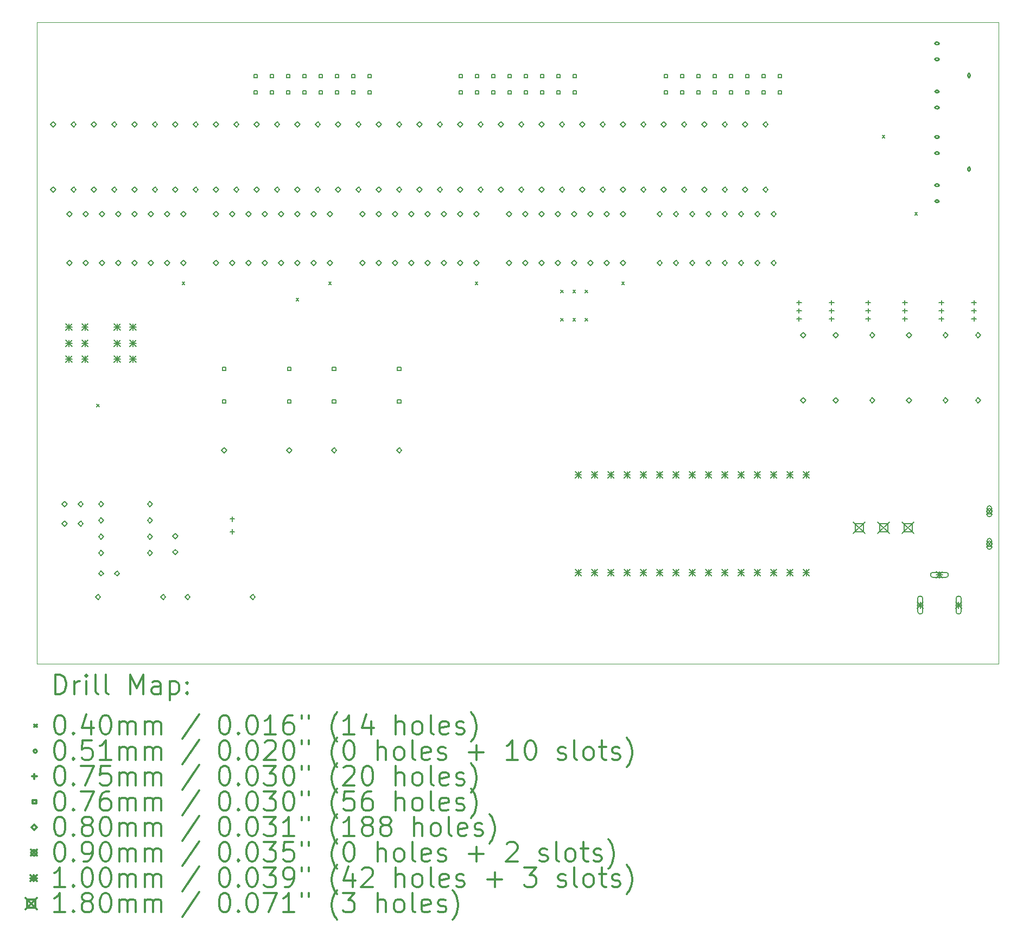
<source format=gbr>
%FSLAX45Y45*%
G04 Gerber Fmt 4.5, Leading zero omitted, Abs format (unit mm)*
G04 Created by KiCad (PCBNEW (5.1.9)-1) date 2023-03-31 17:31:45*
%MOMM*%
%LPD*%
G01*
G04 APERTURE LIST*
%TA.AperFunction,Profile*%
%ADD10C,0.025400*%
%TD*%
%TA.AperFunction,Profile*%
%ADD11C,0.025000*%
%TD*%
%ADD12C,0.200000*%
%ADD13C,0.300000*%
G04 APERTURE END LIST*
D10*
X3000000Y-13000000D02*
X18000000Y-13000000D01*
D11*
X3000000Y-3000000D02*
X18000000Y-3000000D01*
D10*
X18000000Y-3000000D02*
X18000000Y-13000000D01*
X3000000Y-3000000D02*
X3000000Y-13000000D01*
D12*
X3932500Y-8949000D02*
X3972500Y-8989000D01*
X3972500Y-8949000D02*
X3932500Y-8989000D01*
X5266000Y-7044000D02*
X5306000Y-7084000D01*
X5306000Y-7044000D02*
X5266000Y-7084000D01*
X7044000Y-7298000D02*
X7084000Y-7338000D01*
X7084000Y-7298000D02*
X7044000Y-7338000D01*
X7552000Y-7044000D02*
X7592000Y-7084000D01*
X7592000Y-7044000D02*
X7552000Y-7084000D01*
X9838000Y-7044000D02*
X9878000Y-7084000D01*
X9878000Y-7044000D02*
X9838000Y-7084000D01*
X11171500Y-7171000D02*
X11211500Y-7211000D01*
X11211500Y-7171000D02*
X11171500Y-7211000D01*
X11171500Y-7615500D02*
X11211500Y-7655500D01*
X11211500Y-7615500D02*
X11171500Y-7655500D01*
X11362000Y-7171000D02*
X11402000Y-7211000D01*
X11402000Y-7171000D02*
X11362000Y-7211000D01*
X11362000Y-7615500D02*
X11402000Y-7655500D01*
X11402000Y-7615500D02*
X11362000Y-7655500D01*
X11552500Y-7171000D02*
X11592500Y-7211000D01*
X11592500Y-7171000D02*
X11552500Y-7211000D01*
X11552500Y-7615500D02*
X11592500Y-7655500D01*
X11592500Y-7615500D02*
X11552500Y-7655500D01*
X12124000Y-7044000D02*
X12164000Y-7084000D01*
X12164000Y-7044000D02*
X12124000Y-7084000D01*
X16188000Y-4758000D02*
X16228000Y-4798000D01*
X16228000Y-4758000D02*
X16188000Y-4798000D01*
X16696000Y-5964500D02*
X16736000Y-6004500D01*
X16736000Y-5964500D02*
X16696000Y-6004500D01*
X17066900Y-3325500D02*
G75*
G03*
X17066900Y-3325500I-25400J0D01*
G01*
X17016100Y-3340900D02*
X17066900Y-3340900D01*
X17016100Y-3310100D02*
X17066900Y-3310100D01*
X17066900Y-3340900D02*
G75*
G03*
X17066900Y-3310100I0J15400D01*
G01*
X17016100Y-3310100D02*
G75*
G03*
X17016100Y-3340900I0J-15400D01*
G01*
X17066900Y-3575500D02*
G75*
G03*
X17066900Y-3575500I-25400J0D01*
G01*
X17016100Y-3590900D02*
X17066900Y-3590900D01*
X17016100Y-3560100D02*
X17066900Y-3560100D01*
X17066900Y-3590900D02*
G75*
G03*
X17066900Y-3560100I0J15400D01*
G01*
X17016100Y-3560100D02*
G75*
G03*
X17016100Y-3590900I0J-15400D01*
G01*
X17066900Y-4075500D02*
G75*
G03*
X17066900Y-4075500I-25400J0D01*
G01*
X17016100Y-4090900D02*
X17066900Y-4090900D01*
X17016100Y-4060100D02*
X17066900Y-4060100D01*
X17066900Y-4090900D02*
G75*
G03*
X17066900Y-4060100I0J15400D01*
G01*
X17016100Y-4060100D02*
G75*
G03*
X17016100Y-4090900I0J-15400D01*
G01*
X17066900Y-4325500D02*
G75*
G03*
X17066900Y-4325500I-25400J0D01*
G01*
X17016100Y-4340900D02*
X17066900Y-4340900D01*
X17016100Y-4310100D02*
X17066900Y-4310100D01*
X17066900Y-4340900D02*
G75*
G03*
X17066900Y-4310100I0J15400D01*
G01*
X17016100Y-4310100D02*
G75*
G03*
X17016100Y-4340900I0J-15400D01*
G01*
X17066900Y-4786000D02*
G75*
G03*
X17066900Y-4786000I-25400J0D01*
G01*
X17016100Y-4801400D02*
X17066900Y-4801400D01*
X17016100Y-4770600D02*
X17066900Y-4770600D01*
X17066900Y-4801400D02*
G75*
G03*
X17066900Y-4770600I0J15400D01*
G01*
X17016100Y-4770600D02*
G75*
G03*
X17016100Y-4801400I0J-15400D01*
G01*
X17066900Y-5036000D02*
G75*
G03*
X17066900Y-5036000I-25400J0D01*
G01*
X17016100Y-5051400D02*
X17066900Y-5051400D01*
X17016100Y-5020600D02*
X17066900Y-5020600D01*
X17066900Y-5051400D02*
G75*
G03*
X17066900Y-5020600I0J15400D01*
G01*
X17016100Y-5020600D02*
G75*
G03*
X17016100Y-5051400I0J-15400D01*
G01*
X17066900Y-5536000D02*
G75*
G03*
X17066900Y-5536000I-25400J0D01*
G01*
X17016100Y-5551400D02*
X17066900Y-5551400D01*
X17016100Y-5520600D02*
X17066900Y-5520600D01*
X17066900Y-5551400D02*
G75*
G03*
X17066900Y-5520600I0J15400D01*
G01*
X17016100Y-5520600D02*
G75*
G03*
X17016100Y-5551400I0J-15400D01*
G01*
X17066900Y-5786000D02*
G75*
G03*
X17066900Y-5786000I-25400J0D01*
G01*
X17016100Y-5801400D02*
X17066900Y-5801400D01*
X17016100Y-5770600D02*
X17066900Y-5770600D01*
X17066900Y-5801400D02*
G75*
G03*
X17066900Y-5770600I0J15400D01*
G01*
X17016100Y-5770600D02*
G75*
G03*
X17016100Y-5801400I0J-15400D01*
G01*
X17566900Y-3825500D02*
G75*
G03*
X17566900Y-3825500I-25400J0D01*
G01*
X17526100Y-3800100D02*
X17526100Y-3850900D01*
X17556900Y-3800100D02*
X17556900Y-3850900D01*
X17526100Y-3850900D02*
G75*
G03*
X17556900Y-3850900I15400J0D01*
G01*
X17556900Y-3800100D02*
G75*
G03*
X17526100Y-3800100I-15400J0D01*
G01*
X17566900Y-5286000D02*
G75*
G03*
X17566900Y-5286000I-25400J0D01*
G01*
X17526100Y-5260600D02*
X17526100Y-5311400D01*
X17556900Y-5260600D02*
X17556900Y-5311400D01*
X17526100Y-5311400D02*
G75*
G03*
X17556900Y-5311400I15400J0D01*
G01*
X17556900Y-5260600D02*
G75*
G03*
X17526100Y-5260600I-15400J0D01*
G01*
X6048000Y-10700000D02*
X6048000Y-10775000D01*
X6010500Y-10737500D02*
X6085500Y-10737500D01*
X6048000Y-10900000D02*
X6048000Y-10975000D01*
X6010500Y-10937500D02*
X6085500Y-10937500D01*
X14890000Y-7328500D02*
X14890000Y-7403500D01*
X14852500Y-7366000D02*
X14927500Y-7366000D01*
X14890000Y-7455500D02*
X14890000Y-7530500D01*
X14852500Y-7493000D02*
X14927500Y-7493000D01*
X14890000Y-7582500D02*
X14890000Y-7657500D01*
X14852500Y-7620000D02*
X14927500Y-7620000D01*
X15398000Y-7328500D02*
X15398000Y-7403500D01*
X15360500Y-7366000D02*
X15435500Y-7366000D01*
X15398000Y-7455500D02*
X15398000Y-7530500D01*
X15360500Y-7493000D02*
X15435500Y-7493000D01*
X15398000Y-7582500D02*
X15398000Y-7657500D01*
X15360500Y-7620000D02*
X15435500Y-7620000D01*
X15969500Y-7328500D02*
X15969500Y-7403500D01*
X15932000Y-7366000D02*
X16007000Y-7366000D01*
X15969500Y-7455500D02*
X15969500Y-7530500D01*
X15932000Y-7493000D02*
X16007000Y-7493000D01*
X15969500Y-7582500D02*
X15969500Y-7657500D01*
X15932000Y-7620000D02*
X16007000Y-7620000D01*
X16541000Y-7328500D02*
X16541000Y-7403500D01*
X16503500Y-7366000D02*
X16578500Y-7366000D01*
X16541000Y-7455500D02*
X16541000Y-7530500D01*
X16503500Y-7493000D02*
X16578500Y-7493000D01*
X16541000Y-7582500D02*
X16541000Y-7657500D01*
X16503500Y-7620000D02*
X16578500Y-7620000D01*
X17112500Y-7328500D02*
X17112500Y-7403500D01*
X17075000Y-7366000D02*
X17150000Y-7366000D01*
X17112500Y-7455500D02*
X17112500Y-7530500D01*
X17075000Y-7493000D02*
X17150000Y-7493000D01*
X17112500Y-7582500D02*
X17112500Y-7657500D01*
X17075000Y-7620000D02*
X17150000Y-7620000D01*
X17620500Y-7328500D02*
X17620500Y-7403500D01*
X17583000Y-7366000D02*
X17658000Y-7366000D01*
X17620500Y-7455500D02*
X17620500Y-7530500D01*
X17583000Y-7493000D02*
X17658000Y-7493000D01*
X17620500Y-7582500D02*
X17620500Y-7657500D01*
X17583000Y-7620000D02*
X17658000Y-7620000D01*
X5947941Y-8424441D02*
X5947941Y-8370559D01*
X5894059Y-8370559D01*
X5894059Y-8424441D01*
X5947941Y-8424441D01*
X5947941Y-8932441D02*
X5947941Y-8878559D01*
X5894059Y-8878559D01*
X5894059Y-8932441D01*
X5947941Y-8932441D01*
X6437932Y-3862941D02*
X6437932Y-3809059D01*
X6384050Y-3809059D01*
X6384050Y-3862941D01*
X6437932Y-3862941D01*
X6437932Y-4116941D02*
X6437932Y-4063059D01*
X6384050Y-4063059D01*
X6384050Y-4116941D01*
X6437932Y-4116941D01*
X6691932Y-3862941D02*
X6691932Y-3809059D01*
X6638050Y-3809059D01*
X6638050Y-3862941D01*
X6691932Y-3862941D01*
X6691932Y-4116941D02*
X6691932Y-4063059D01*
X6638050Y-4063059D01*
X6638050Y-4116941D01*
X6691932Y-4116941D01*
X6945932Y-3862941D02*
X6945932Y-3809059D01*
X6892050Y-3809059D01*
X6892050Y-3862941D01*
X6945932Y-3862941D01*
X6945932Y-4116941D02*
X6945932Y-4063059D01*
X6892050Y-4063059D01*
X6892050Y-4116941D01*
X6945932Y-4116941D01*
X6963941Y-8424441D02*
X6963941Y-8370559D01*
X6910059Y-8370559D01*
X6910059Y-8424441D01*
X6963941Y-8424441D01*
X6963941Y-8932441D02*
X6963941Y-8878559D01*
X6910059Y-8878559D01*
X6910059Y-8932441D01*
X6963941Y-8932441D01*
X7199932Y-3862941D02*
X7199932Y-3809059D01*
X7146050Y-3809059D01*
X7146050Y-3862941D01*
X7199932Y-3862941D01*
X7199932Y-4116941D02*
X7199932Y-4063059D01*
X7146050Y-4063059D01*
X7146050Y-4116941D01*
X7199932Y-4116941D01*
X7453932Y-3862941D02*
X7453932Y-3809059D01*
X7400050Y-3809059D01*
X7400050Y-3862941D01*
X7453932Y-3862941D01*
X7453932Y-4116941D02*
X7453932Y-4063059D01*
X7400050Y-4063059D01*
X7400050Y-4116941D01*
X7453932Y-4116941D01*
X7662441Y-8424441D02*
X7662441Y-8370559D01*
X7608559Y-8370559D01*
X7608559Y-8424441D01*
X7662441Y-8424441D01*
X7662441Y-8932441D02*
X7662441Y-8878559D01*
X7608559Y-8878559D01*
X7608559Y-8932441D01*
X7662441Y-8932441D01*
X7707932Y-3862941D02*
X7707932Y-3809059D01*
X7654050Y-3809059D01*
X7654050Y-3862941D01*
X7707932Y-3862941D01*
X7707932Y-4116941D02*
X7707932Y-4063059D01*
X7654050Y-4063059D01*
X7654050Y-4116941D01*
X7707932Y-4116941D01*
X7961932Y-3862941D02*
X7961932Y-3809059D01*
X7908050Y-3809059D01*
X7908050Y-3862941D01*
X7961932Y-3862941D01*
X7961932Y-4116941D02*
X7961932Y-4063059D01*
X7908050Y-4063059D01*
X7908050Y-4116941D01*
X7961932Y-4116941D01*
X8215932Y-3862941D02*
X8215932Y-3809059D01*
X8162050Y-3809059D01*
X8162050Y-3862941D01*
X8215932Y-3862941D01*
X8215932Y-4116941D02*
X8215932Y-4063059D01*
X8162050Y-4063059D01*
X8162050Y-4116941D01*
X8215932Y-4116941D01*
X8678441Y-8424441D02*
X8678441Y-8370559D01*
X8624559Y-8370559D01*
X8624559Y-8424441D01*
X8678441Y-8424441D01*
X8678441Y-8932441D02*
X8678441Y-8878559D01*
X8624559Y-8878559D01*
X8624559Y-8932441D01*
X8678441Y-8932441D01*
X9637941Y-3862941D02*
X9637941Y-3809059D01*
X9584059Y-3809059D01*
X9584059Y-3862941D01*
X9637941Y-3862941D01*
X9637941Y-4116941D02*
X9637941Y-4063059D01*
X9584059Y-4063059D01*
X9584059Y-4116941D01*
X9637941Y-4116941D01*
X9891941Y-3862941D02*
X9891941Y-3809059D01*
X9838059Y-3809059D01*
X9838059Y-3862941D01*
X9891941Y-3862941D01*
X9891941Y-4116941D02*
X9891941Y-4063059D01*
X9838059Y-4063059D01*
X9838059Y-4116941D01*
X9891941Y-4116941D01*
X10145941Y-3862941D02*
X10145941Y-3809059D01*
X10092059Y-3809059D01*
X10092059Y-3862941D01*
X10145941Y-3862941D01*
X10145941Y-4116941D02*
X10145941Y-4063059D01*
X10092059Y-4063059D01*
X10092059Y-4116941D01*
X10145941Y-4116941D01*
X10399941Y-3862941D02*
X10399941Y-3809059D01*
X10346059Y-3809059D01*
X10346059Y-3862941D01*
X10399941Y-3862941D01*
X10399941Y-4116941D02*
X10399941Y-4063059D01*
X10346059Y-4063059D01*
X10346059Y-4116941D01*
X10399941Y-4116941D01*
X10653941Y-3862941D02*
X10653941Y-3809059D01*
X10600059Y-3809059D01*
X10600059Y-3862941D01*
X10653941Y-3862941D01*
X10653941Y-4116941D02*
X10653941Y-4063059D01*
X10600059Y-4063059D01*
X10600059Y-4116941D01*
X10653941Y-4116941D01*
X10907941Y-3862941D02*
X10907941Y-3809059D01*
X10854059Y-3809059D01*
X10854059Y-3862941D01*
X10907941Y-3862941D01*
X10907941Y-4116941D02*
X10907941Y-4063059D01*
X10854059Y-4063059D01*
X10854059Y-4116941D01*
X10907941Y-4116941D01*
X11161941Y-3862941D02*
X11161941Y-3809059D01*
X11108059Y-3809059D01*
X11108059Y-3862941D01*
X11161941Y-3862941D01*
X11161941Y-4116941D02*
X11161941Y-4063059D01*
X11108059Y-4063059D01*
X11108059Y-4116941D01*
X11161941Y-4116941D01*
X11415941Y-3862941D02*
X11415941Y-3809059D01*
X11362059Y-3809059D01*
X11362059Y-3862941D01*
X11415941Y-3862941D01*
X11415941Y-4116941D02*
X11415941Y-4063059D01*
X11362059Y-4063059D01*
X11362059Y-4116941D01*
X11415941Y-4116941D01*
X12837950Y-3862941D02*
X12837950Y-3809059D01*
X12784068Y-3809059D01*
X12784068Y-3862941D01*
X12837950Y-3862941D01*
X12837950Y-4116941D02*
X12837950Y-4063059D01*
X12784068Y-4063059D01*
X12784068Y-4116941D01*
X12837950Y-4116941D01*
X13091950Y-3862941D02*
X13091950Y-3809059D01*
X13038068Y-3809059D01*
X13038068Y-3862941D01*
X13091950Y-3862941D01*
X13091950Y-4116941D02*
X13091950Y-4063059D01*
X13038068Y-4063059D01*
X13038068Y-4116941D01*
X13091950Y-4116941D01*
X13345950Y-3862941D02*
X13345950Y-3809059D01*
X13292068Y-3809059D01*
X13292068Y-3862941D01*
X13345950Y-3862941D01*
X13345950Y-4116941D02*
X13345950Y-4063059D01*
X13292068Y-4063059D01*
X13292068Y-4116941D01*
X13345950Y-4116941D01*
X13599950Y-3862941D02*
X13599950Y-3809059D01*
X13546068Y-3809059D01*
X13546068Y-3862941D01*
X13599950Y-3862941D01*
X13599950Y-4116941D02*
X13599950Y-4063059D01*
X13546068Y-4063059D01*
X13546068Y-4116941D01*
X13599950Y-4116941D01*
X13853950Y-3862941D02*
X13853950Y-3809059D01*
X13800068Y-3809059D01*
X13800068Y-3862941D01*
X13853950Y-3862941D01*
X13853950Y-4116941D02*
X13853950Y-4063059D01*
X13800068Y-4063059D01*
X13800068Y-4116941D01*
X13853950Y-4116941D01*
X14107950Y-3862941D02*
X14107950Y-3809059D01*
X14054068Y-3809059D01*
X14054068Y-3862941D01*
X14107950Y-3862941D01*
X14107950Y-4116941D02*
X14107950Y-4063059D01*
X14054068Y-4063059D01*
X14054068Y-4116941D01*
X14107950Y-4116941D01*
X14361950Y-3862941D02*
X14361950Y-3809059D01*
X14308068Y-3809059D01*
X14308068Y-3862941D01*
X14361950Y-3862941D01*
X14361950Y-4116941D02*
X14361950Y-4063059D01*
X14308068Y-4063059D01*
X14308068Y-4116941D01*
X14361950Y-4116941D01*
X14615950Y-3862941D02*
X14615950Y-3809059D01*
X14562068Y-3809059D01*
X14562068Y-3862941D01*
X14615950Y-3862941D01*
X14615950Y-4116941D02*
X14615950Y-4063059D01*
X14562068Y-4063059D01*
X14562068Y-4116941D01*
X14615950Y-4116941D01*
X3254000Y-4627500D02*
X3294000Y-4587500D01*
X3254000Y-4547500D01*
X3214000Y-4587500D01*
X3254000Y-4627500D01*
X3254000Y-5643500D02*
X3294000Y-5603500D01*
X3254000Y-5563500D01*
X3214000Y-5603500D01*
X3254000Y-5643500D01*
X3433000Y-10548500D02*
X3473000Y-10508500D01*
X3433000Y-10468500D01*
X3393000Y-10508500D01*
X3433000Y-10548500D01*
X3433000Y-10850500D02*
X3473000Y-10810500D01*
X3433000Y-10770500D01*
X3393000Y-10810500D01*
X3433000Y-10850500D01*
X3508000Y-6024500D02*
X3548000Y-5984500D01*
X3508000Y-5944500D01*
X3468000Y-5984500D01*
X3508000Y-6024500D01*
X3508000Y-6786500D02*
X3548000Y-6746500D01*
X3508000Y-6706500D01*
X3468000Y-6746500D01*
X3508000Y-6786500D01*
X3571500Y-4627500D02*
X3611500Y-4587500D01*
X3571500Y-4547500D01*
X3531500Y-4587500D01*
X3571500Y-4627500D01*
X3571500Y-5643500D02*
X3611500Y-5603500D01*
X3571500Y-5563500D01*
X3531500Y-5603500D01*
X3571500Y-5643500D01*
X3683000Y-10548500D02*
X3723000Y-10508500D01*
X3683000Y-10468500D01*
X3643000Y-10508500D01*
X3683000Y-10548500D01*
X3683000Y-10850500D02*
X3723000Y-10810500D01*
X3683000Y-10770500D01*
X3643000Y-10810500D01*
X3683000Y-10850500D01*
X3762000Y-6024500D02*
X3802000Y-5984500D01*
X3762000Y-5944500D01*
X3722000Y-5984500D01*
X3762000Y-6024500D01*
X3762000Y-6786500D02*
X3802000Y-6746500D01*
X3762000Y-6706500D01*
X3722000Y-6746500D01*
X3762000Y-6786500D01*
X3889000Y-4627500D02*
X3929000Y-4587500D01*
X3889000Y-4547500D01*
X3849000Y-4587500D01*
X3889000Y-4627500D01*
X3889000Y-5643500D02*
X3929000Y-5603500D01*
X3889000Y-5563500D01*
X3849000Y-5603500D01*
X3889000Y-5643500D01*
X3952500Y-11993500D02*
X3992500Y-11953500D01*
X3952500Y-11913500D01*
X3912500Y-11953500D01*
X3952500Y-11993500D01*
X4000500Y-10548500D02*
X4040500Y-10508500D01*
X4000500Y-10468500D01*
X3960500Y-10508500D01*
X4000500Y-10548500D01*
X4000500Y-10802500D02*
X4040500Y-10762500D01*
X4000500Y-10722500D01*
X3960500Y-10762500D01*
X4000500Y-10802500D01*
X4000500Y-11056500D02*
X4040500Y-11016500D01*
X4000500Y-10976500D01*
X3960500Y-11016500D01*
X4000500Y-11056500D01*
X4000500Y-11310500D02*
X4040500Y-11270500D01*
X4000500Y-11230500D01*
X3960500Y-11270500D01*
X4000500Y-11310500D01*
X4000500Y-11628000D02*
X4040500Y-11588000D01*
X4000500Y-11548000D01*
X3960500Y-11588000D01*
X4000500Y-11628000D01*
X4016000Y-6024500D02*
X4056000Y-5984500D01*
X4016000Y-5944500D01*
X3976000Y-5984500D01*
X4016000Y-6024500D01*
X4016000Y-6786500D02*
X4056000Y-6746500D01*
X4016000Y-6706500D01*
X3976000Y-6746500D01*
X4016000Y-6786500D01*
X4206500Y-4627500D02*
X4246500Y-4587500D01*
X4206500Y-4547500D01*
X4166500Y-4587500D01*
X4206500Y-4627500D01*
X4206500Y-5643500D02*
X4246500Y-5603500D01*
X4206500Y-5563500D01*
X4166500Y-5603500D01*
X4206500Y-5643500D01*
X4250500Y-11628000D02*
X4290500Y-11588000D01*
X4250500Y-11548000D01*
X4210500Y-11588000D01*
X4250500Y-11628000D01*
X4270000Y-6024500D02*
X4310000Y-5984500D01*
X4270000Y-5944500D01*
X4230000Y-5984500D01*
X4270000Y-6024500D01*
X4270000Y-6786500D02*
X4310000Y-6746500D01*
X4270000Y-6706500D01*
X4230000Y-6746500D01*
X4270000Y-6786500D01*
X4524000Y-4627500D02*
X4564000Y-4587500D01*
X4524000Y-4547500D01*
X4484000Y-4587500D01*
X4524000Y-4627500D01*
X4524000Y-5643500D02*
X4564000Y-5603500D01*
X4524000Y-5563500D01*
X4484000Y-5603500D01*
X4524000Y-5643500D01*
X4524000Y-6024500D02*
X4564000Y-5984500D01*
X4524000Y-5944500D01*
X4484000Y-5984500D01*
X4524000Y-6024500D01*
X4524000Y-6786500D02*
X4564000Y-6746500D01*
X4524000Y-6706500D01*
X4484000Y-6746500D01*
X4524000Y-6786500D01*
X4762500Y-10548500D02*
X4802500Y-10508500D01*
X4762500Y-10468500D01*
X4722500Y-10508500D01*
X4762500Y-10548500D01*
X4762500Y-10802500D02*
X4802500Y-10762500D01*
X4762500Y-10722500D01*
X4722500Y-10762500D01*
X4762500Y-10802500D01*
X4762500Y-11056500D02*
X4802500Y-11016500D01*
X4762500Y-10976500D01*
X4722500Y-11016500D01*
X4762500Y-11056500D01*
X4762500Y-11310500D02*
X4802500Y-11270500D01*
X4762500Y-11230500D01*
X4722500Y-11270500D01*
X4762500Y-11310500D01*
X4778000Y-6024500D02*
X4818000Y-5984500D01*
X4778000Y-5944500D01*
X4738000Y-5984500D01*
X4778000Y-6024500D01*
X4778000Y-6786500D02*
X4818000Y-6746500D01*
X4778000Y-6706500D01*
X4738000Y-6746500D01*
X4778000Y-6786500D01*
X4841500Y-4627500D02*
X4881500Y-4587500D01*
X4841500Y-4547500D01*
X4801500Y-4587500D01*
X4841500Y-4627500D01*
X4841500Y-5643500D02*
X4881500Y-5603500D01*
X4841500Y-5563500D01*
X4801500Y-5603500D01*
X4841500Y-5643500D01*
X4968500Y-11993500D02*
X5008500Y-11953500D01*
X4968500Y-11913500D01*
X4928500Y-11953500D01*
X4968500Y-11993500D01*
X5032000Y-6024500D02*
X5072000Y-5984500D01*
X5032000Y-5944500D01*
X4992000Y-5984500D01*
X5032000Y-6024500D01*
X5032000Y-6786500D02*
X5072000Y-6746500D01*
X5032000Y-6706500D01*
X4992000Y-6746500D01*
X5032000Y-6786500D01*
X5159000Y-4627500D02*
X5199000Y-4587500D01*
X5159000Y-4547500D01*
X5119000Y-4587500D01*
X5159000Y-4627500D01*
X5159000Y-5643500D02*
X5199000Y-5603500D01*
X5159000Y-5563500D01*
X5119000Y-5603500D01*
X5159000Y-5643500D01*
X5159000Y-11045000D02*
X5199000Y-11005000D01*
X5159000Y-10965000D01*
X5119000Y-11005000D01*
X5159000Y-11045000D01*
X5159000Y-11295000D02*
X5199000Y-11255000D01*
X5159000Y-11215000D01*
X5119000Y-11255000D01*
X5159000Y-11295000D01*
X5286000Y-6024500D02*
X5326000Y-5984500D01*
X5286000Y-5944500D01*
X5246000Y-5984500D01*
X5286000Y-6024500D01*
X5286000Y-6786500D02*
X5326000Y-6746500D01*
X5286000Y-6706500D01*
X5246000Y-6746500D01*
X5286000Y-6786500D01*
X5349500Y-11993500D02*
X5389500Y-11953500D01*
X5349500Y-11913500D01*
X5309500Y-11953500D01*
X5349500Y-11993500D01*
X5476500Y-4627500D02*
X5516500Y-4587500D01*
X5476500Y-4547500D01*
X5436500Y-4587500D01*
X5476500Y-4627500D01*
X5476500Y-5643500D02*
X5516500Y-5603500D01*
X5476500Y-5563500D01*
X5436500Y-5603500D01*
X5476500Y-5643500D01*
X5794000Y-4627500D02*
X5834000Y-4587500D01*
X5794000Y-4547500D01*
X5754000Y-4587500D01*
X5794000Y-4627500D01*
X5794000Y-5643500D02*
X5834000Y-5603500D01*
X5794000Y-5563500D01*
X5754000Y-5603500D01*
X5794000Y-5643500D01*
X5794000Y-6024500D02*
X5834000Y-5984500D01*
X5794000Y-5944500D01*
X5754000Y-5984500D01*
X5794000Y-6024500D01*
X5794000Y-6786500D02*
X5834000Y-6746500D01*
X5794000Y-6706500D01*
X5754000Y-6746500D01*
X5794000Y-6786500D01*
X5921000Y-9707500D02*
X5961000Y-9667500D01*
X5921000Y-9627500D01*
X5881000Y-9667500D01*
X5921000Y-9707500D01*
X6048000Y-6024500D02*
X6088000Y-5984500D01*
X6048000Y-5944500D01*
X6008000Y-5984500D01*
X6048000Y-6024500D01*
X6048000Y-6786500D02*
X6088000Y-6746500D01*
X6048000Y-6706500D01*
X6008000Y-6746500D01*
X6048000Y-6786500D01*
X6111500Y-4627500D02*
X6151500Y-4587500D01*
X6111500Y-4547500D01*
X6071500Y-4587500D01*
X6111500Y-4627500D01*
X6111500Y-5643500D02*
X6151500Y-5603500D01*
X6111500Y-5563500D01*
X6071500Y-5603500D01*
X6111500Y-5643500D01*
X6302000Y-6024500D02*
X6342000Y-5984500D01*
X6302000Y-5944500D01*
X6262000Y-5984500D01*
X6302000Y-6024500D01*
X6302000Y-6786500D02*
X6342000Y-6746500D01*
X6302000Y-6706500D01*
X6262000Y-6746500D01*
X6302000Y-6786500D01*
X6365500Y-11993500D02*
X6405500Y-11953500D01*
X6365500Y-11913500D01*
X6325500Y-11953500D01*
X6365500Y-11993500D01*
X6429000Y-4627500D02*
X6469000Y-4587500D01*
X6429000Y-4547500D01*
X6389000Y-4587500D01*
X6429000Y-4627500D01*
X6429000Y-5643500D02*
X6469000Y-5603500D01*
X6429000Y-5563500D01*
X6389000Y-5603500D01*
X6429000Y-5643500D01*
X6556000Y-6024500D02*
X6596000Y-5984500D01*
X6556000Y-5944500D01*
X6516000Y-5984500D01*
X6556000Y-6024500D01*
X6556000Y-6786500D02*
X6596000Y-6746500D01*
X6556000Y-6706500D01*
X6516000Y-6746500D01*
X6556000Y-6786500D01*
X6746500Y-4627500D02*
X6786500Y-4587500D01*
X6746500Y-4547500D01*
X6706500Y-4587500D01*
X6746500Y-4627500D01*
X6746500Y-5643500D02*
X6786500Y-5603500D01*
X6746500Y-5563500D01*
X6706500Y-5603500D01*
X6746500Y-5643500D01*
X6810000Y-6024500D02*
X6850000Y-5984500D01*
X6810000Y-5944500D01*
X6770000Y-5984500D01*
X6810000Y-6024500D01*
X6810000Y-6786500D02*
X6850000Y-6746500D01*
X6810000Y-6706500D01*
X6770000Y-6746500D01*
X6810000Y-6786500D01*
X6937000Y-9707500D02*
X6977000Y-9667500D01*
X6937000Y-9627500D01*
X6897000Y-9667500D01*
X6937000Y-9707500D01*
X7064000Y-4627500D02*
X7104000Y-4587500D01*
X7064000Y-4547500D01*
X7024000Y-4587500D01*
X7064000Y-4627500D01*
X7064000Y-5643500D02*
X7104000Y-5603500D01*
X7064000Y-5563500D01*
X7024000Y-5603500D01*
X7064000Y-5643500D01*
X7064000Y-6024500D02*
X7104000Y-5984500D01*
X7064000Y-5944500D01*
X7024000Y-5984500D01*
X7064000Y-6024500D01*
X7064000Y-6786500D02*
X7104000Y-6746500D01*
X7064000Y-6706500D01*
X7024000Y-6746500D01*
X7064000Y-6786500D01*
X7318000Y-6024500D02*
X7358000Y-5984500D01*
X7318000Y-5944500D01*
X7278000Y-5984500D01*
X7318000Y-6024500D01*
X7318000Y-6786500D02*
X7358000Y-6746500D01*
X7318000Y-6706500D01*
X7278000Y-6746500D01*
X7318000Y-6786500D01*
X7381500Y-4627500D02*
X7421500Y-4587500D01*
X7381500Y-4547500D01*
X7341500Y-4587500D01*
X7381500Y-4627500D01*
X7381500Y-5643500D02*
X7421500Y-5603500D01*
X7381500Y-5563500D01*
X7341500Y-5603500D01*
X7381500Y-5643500D01*
X7572000Y-6024500D02*
X7612000Y-5984500D01*
X7572000Y-5944500D01*
X7532000Y-5984500D01*
X7572000Y-6024500D01*
X7572000Y-6786500D02*
X7612000Y-6746500D01*
X7572000Y-6706500D01*
X7532000Y-6746500D01*
X7572000Y-6786500D01*
X7635500Y-9707500D02*
X7675500Y-9667500D01*
X7635500Y-9627500D01*
X7595500Y-9667500D01*
X7635500Y-9707500D01*
X7699000Y-4627500D02*
X7739000Y-4587500D01*
X7699000Y-4547500D01*
X7659000Y-4587500D01*
X7699000Y-4627500D01*
X7699000Y-5643500D02*
X7739000Y-5603500D01*
X7699000Y-5563500D01*
X7659000Y-5603500D01*
X7699000Y-5643500D01*
X8016500Y-4627500D02*
X8056500Y-4587500D01*
X8016500Y-4547500D01*
X7976500Y-4587500D01*
X8016500Y-4627500D01*
X8016500Y-5643500D02*
X8056500Y-5603500D01*
X8016500Y-5563500D01*
X7976500Y-5603500D01*
X8016500Y-5643500D01*
X8080000Y-6024500D02*
X8120000Y-5984500D01*
X8080000Y-5944500D01*
X8040000Y-5984500D01*
X8080000Y-6024500D01*
X8080000Y-6786500D02*
X8120000Y-6746500D01*
X8080000Y-6706500D01*
X8040000Y-6746500D01*
X8080000Y-6786500D01*
X8334000Y-4627500D02*
X8374000Y-4587500D01*
X8334000Y-4547500D01*
X8294000Y-4587500D01*
X8334000Y-4627500D01*
X8334000Y-5643500D02*
X8374000Y-5603500D01*
X8334000Y-5563500D01*
X8294000Y-5603500D01*
X8334000Y-5643500D01*
X8334000Y-6024500D02*
X8374000Y-5984500D01*
X8334000Y-5944500D01*
X8294000Y-5984500D01*
X8334000Y-6024500D01*
X8334000Y-6786500D02*
X8374000Y-6746500D01*
X8334000Y-6706500D01*
X8294000Y-6746500D01*
X8334000Y-6786500D01*
X8588000Y-6024500D02*
X8628000Y-5984500D01*
X8588000Y-5944500D01*
X8548000Y-5984500D01*
X8588000Y-6024500D01*
X8588000Y-6786500D02*
X8628000Y-6746500D01*
X8588000Y-6706500D01*
X8548000Y-6746500D01*
X8588000Y-6786500D01*
X8651500Y-4627500D02*
X8691500Y-4587500D01*
X8651500Y-4547500D01*
X8611500Y-4587500D01*
X8651500Y-4627500D01*
X8651500Y-5643500D02*
X8691500Y-5603500D01*
X8651500Y-5563500D01*
X8611500Y-5603500D01*
X8651500Y-5643500D01*
X8651500Y-9707500D02*
X8691500Y-9667500D01*
X8651500Y-9627500D01*
X8611500Y-9667500D01*
X8651500Y-9707500D01*
X8842000Y-6024500D02*
X8882000Y-5984500D01*
X8842000Y-5944500D01*
X8802000Y-5984500D01*
X8842000Y-6024500D01*
X8842000Y-6786500D02*
X8882000Y-6746500D01*
X8842000Y-6706500D01*
X8802000Y-6746500D01*
X8842000Y-6786500D01*
X8969000Y-4627500D02*
X9009000Y-4587500D01*
X8969000Y-4547500D01*
X8929000Y-4587500D01*
X8969000Y-4627500D01*
X8969000Y-5643500D02*
X9009000Y-5603500D01*
X8969000Y-5563500D01*
X8929000Y-5603500D01*
X8969000Y-5643500D01*
X9096000Y-6024500D02*
X9136000Y-5984500D01*
X9096000Y-5944500D01*
X9056000Y-5984500D01*
X9096000Y-6024500D01*
X9096000Y-6786500D02*
X9136000Y-6746500D01*
X9096000Y-6706500D01*
X9056000Y-6746500D01*
X9096000Y-6786500D01*
X9286500Y-4627500D02*
X9326500Y-4587500D01*
X9286500Y-4547500D01*
X9246500Y-4587500D01*
X9286500Y-4627500D01*
X9286500Y-5643500D02*
X9326500Y-5603500D01*
X9286500Y-5563500D01*
X9246500Y-5603500D01*
X9286500Y-5643500D01*
X9350000Y-6024500D02*
X9390000Y-5984500D01*
X9350000Y-5944500D01*
X9310000Y-5984500D01*
X9350000Y-6024500D01*
X9350000Y-6786500D02*
X9390000Y-6746500D01*
X9350000Y-6706500D01*
X9310000Y-6746500D01*
X9350000Y-6786500D01*
X9604000Y-4627500D02*
X9644000Y-4587500D01*
X9604000Y-4547500D01*
X9564000Y-4587500D01*
X9604000Y-4627500D01*
X9604000Y-5643500D02*
X9644000Y-5603500D01*
X9604000Y-5563500D01*
X9564000Y-5603500D01*
X9604000Y-5643500D01*
X9604000Y-6024500D02*
X9644000Y-5984500D01*
X9604000Y-5944500D01*
X9564000Y-5984500D01*
X9604000Y-6024500D01*
X9604000Y-6786500D02*
X9644000Y-6746500D01*
X9604000Y-6706500D01*
X9564000Y-6746500D01*
X9604000Y-6786500D01*
X9858000Y-6024500D02*
X9898000Y-5984500D01*
X9858000Y-5944500D01*
X9818000Y-5984500D01*
X9858000Y-6024500D01*
X9858000Y-6786500D02*
X9898000Y-6746500D01*
X9858000Y-6706500D01*
X9818000Y-6746500D01*
X9858000Y-6786500D01*
X9921500Y-4627500D02*
X9961500Y-4587500D01*
X9921500Y-4547500D01*
X9881500Y-4587500D01*
X9921500Y-4627500D01*
X9921500Y-5643500D02*
X9961500Y-5603500D01*
X9921500Y-5563500D01*
X9881500Y-5603500D01*
X9921500Y-5643500D01*
X10239000Y-4627500D02*
X10279000Y-4587500D01*
X10239000Y-4547500D01*
X10199000Y-4587500D01*
X10239000Y-4627500D01*
X10239000Y-5643500D02*
X10279000Y-5603500D01*
X10239000Y-5563500D01*
X10199000Y-5603500D01*
X10239000Y-5643500D01*
X10366000Y-6024500D02*
X10406000Y-5984500D01*
X10366000Y-5944500D01*
X10326000Y-5984500D01*
X10366000Y-6024500D01*
X10366000Y-6786500D02*
X10406000Y-6746500D01*
X10366000Y-6706500D01*
X10326000Y-6746500D01*
X10366000Y-6786500D01*
X10556500Y-4627500D02*
X10596500Y-4587500D01*
X10556500Y-4547500D01*
X10516500Y-4587500D01*
X10556500Y-4627500D01*
X10556500Y-5643500D02*
X10596500Y-5603500D01*
X10556500Y-5563500D01*
X10516500Y-5603500D01*
X10556500Y-5643500D01*
X10620000Y-6024500D02*
X10660000Y-5984500D01*
X10620000Y-5944500D01*
X10580000Y-5984500D01*
X10620000Y-6024500D01*
X10620000Y-6786500D02*
X10660000Y-6746500D01*
X10620000Y-6706500D01*
X10580000Y-6746500D01*
X10620000Y-6786500D01*
X10874000Y-4627500D02*
X10914000Y-4587500D01*
X10874000Y-4547500D01*
X10834000Y-4587500D01*
X10874000Y-4627500D01*
X10874000Y-5643500D02*
X10914000Y-5603500D01*
X10874000Y-5563500D01*
X10834000Y-5603500D01*
X10874000Y-5643500D01*
X10874000Y-6024500D02*
X10914000Y-5984500D01*
X10874000Y-5944500D01*
X10834000Y-5984500D01*
X10874000Y-6024500D01*
X10874000Y-6786500D02*
X10914000Y-6746500D01*
X10874000Y-6706500D01*
X10834000Y-6746500D01*
X10874000Y-6786500D01*
X11128000Y-6024500D02*
X11168000Y-5984500D01*
X11128000Y-5944500D01*
X11088000Y-5984500D01*
X11128000Y-6024500D01*
X11128000Y-6786500D02*
X11168000Y-6746500D01*
X11128000Y-6706500D01*
X11088000Y-6746500D01*
X11128000Y-6786500D01*
X11191500Y-4627500D02*
X11231500Y-4587500D01*
X11191500Y-4547500D01*
X11151500Y-4587500D01*
X11191500Y-4627500D01*
X11191500Y-5643500D02*
X11231500Y-5603500D01*
X11191500Y-5563500D01*
X11151500Y-5603500D01*
X11191500Y-5643500D01*
X11382000Y-6024500D02*
X11422000Y-5984500D01*
X11382000Y-5944500D01*
X11342000Y-5984500D01*
X11382000Y-6024500D01*
X11382000Y-6786500D02*
X11422000Y-6746500D01*
X11382000Y-6706500D01*
X11342000Y-6746500D01*
X11382000Y-6786500D01*
X11509000Y-4627500D02*
X11549000Y-4587500D01*
X11509000Y-4547500D01*
X11469000Y-4587500D01*
X11509000Y-4627500D01*
X11509000Y-5643500D02*
X11549000Y-5603500D01*
X11509000Y-5563500D01*
X11469000Y-5603500D01*
X11509000Y-5643500D01*
X11636000Y-6024500D02*
X11676000Y-5984500D01*
X11636000Y-5944500D01*
X11596000Y-5984500D01*
X11636000Y-6024500D01*
X11636000Y-6786500D02*
X11676000Y-6746500D01*
X11636000Y-6706500D01*
X11596000Y-6746500D01*
X11636000Y-6786500D01*
X11826500Y-4627500D02*
X11866500Y-4587500D01*
X11826500Y-4547500D01*
X11786500Y-4587500D01*
X11826500Y-4627500D01*
X11826500Y-5643500D02*
X11866500Y-5603500D01*
X11826500Y-5563500D01*
X11786500Y-5603500D01*
X11826500Y-5643500D01*
X11890000Y-6024500D02*
X11930000Y-5984500D01*
X11890000Y-5944500D01*
X11850000Y-5984500D01*
X11890000Y-6024500D01*
X11890000Y-6786500D02*
X11930000Y-6746500D01*
X11890000Y-6706500D01*
X11850000Y-6746500D01*
X11890000Y-6786500D01*
X12144000Y-4627500D02*
X12184000Y-4587500D01*
X12144000Y-4547500D01*
X12104000Y-4587500D01*
X12144000Y-4627500D01*
X12144000Y-5643500D02*
X12184000Y-5603500D01*
X12144000Y-5563500D01*
X12104000Y-5603500D01*
X12144000Y-5643500D01*
X12144000Y-6024500D02*
X12184000Y-5984500D01*
X12144000Y-5944500D01*
X12104000Y-5984500D01*
X12144000Y-6024500D01*
X12144000Y-6786500D02*
X12184000Y-6746500D01*
X12144000Y-6706500D01*
X12104000Y-6746500D01*
X12144000Y-6786500D01*
X12461500Y-4627500D02*
X12501500Y-4587500D01*
X12461500Y-4547500D01*
X12421500Y-4587500D01*
X12461500Y-4627500D01*
X12461500Y-5643500D02*
X12501500Y-5603500D01*
X12461500Y-5563500D01*
X12421500Y-5603500D01*
X12461500Y-5643500D01*
X12715500Y-6024500D02*
X12755500Y-5984500D01*
X12715500Y-5944500D01*
X12675500Y-5984500D01*
X12715500Y-6024500D01*
X12715500Y-6786500D02*
X12755500Y-6746500D01*
X12715500Y-6706500D01*
X12675500Y-6746500D01*
X12715500Y-6786500D01*
X12779000Y-4627500D02*
X12819000Y-4587500D01*
X12779000Y-4547500D01*
X12739000Y-4587500D01*
X12779000Y-4627500D01*
X12779000Y-5643500D02*
X12819000Y-5603500D01*
X12779000Y-5563500D01*
X12739000Y-5603500D01*
X12779000Y-5643500D01*
X12969500Y-6024500D02*
X13009500Y-5984500D01*
X12969500Y-5944500D01*
X12929500Y-5984500D01*
X12969500Y-6024500D01*
X12969500Y-6786500D02*
X13009500Y-6746500D01*
X12969500Y-6706500D01*
X12929500Y-6746500D01*
X12969500Y-6786500D01*
X13096500Y-4627500D02*
X13136500Y-4587500D01*
X13096500Y-4547500D01*
X13056500Y-4587500D01*
X13096500Y-4627500D01*
X13096500Y-5643500D02*
X13136500Y-5603500D01*
X13096500Y-5563500D01*
X13056500Y-5603500D01*
X13096500Y-5643500D01*
X13223500Y-6024500D02*
X13263500Y-5984500D01*
X13223500Y-5944500D01*
X13183500Y-5984500D01*
X13223500Y-6024500D01*
X13223500Y-6786500D02*
X13263500Y-6746500D01*
X13223500Y-6706500D01*
X13183500Y-6746500D01*
X13223500Y-6786500D01*
X13414000Y-4627500D02*
X13454000Y-4587500D01*
X13414000Y-4547500D01*
X13374000Y-4587500D01*
X13414000Y-4627500D01*
X13414000Y-5643500D02*
X13454000Y-5603500D01*
X13414000Y-5563500D01*
X13374000Y-5603500D01*
X13414000Y-5643500D01*
X13477500Y-6024500D02*
X13517500Y-5984500D01*
X13477500Y-5944500D01*
X13437500Y-5984500D01*
X13477500Y-6024500D01*
X13477500Y-6786500D02*
X13517500Y-6746500D01*
X13477500Y-6706500D01*
X13437500Y-6746500D01*
X13477500Y-6786500D01*
X13731500Y-4627500D02*
X13771500Y-4587500D01*
X13731500Y-4547500D01*
X13691500Y-4587500D01*
X13731500Y-4627500D01*
X13731500Y-5643500D02*
X13771500Y-5603500D01*
X13731500Y-5563500D01*
X13691500Y-5603500D01*
X13731500Y-5643500D01*
X13731500Y-6024500D02*
X13771500Y-5984500D01*
X13731500Y-5944500D01*
X13691500Y-5984500D01*
X13731500Y-6024500D01*
X13731500Y-6786500D02*
X13771500Y-6746500D01*
X13731500Y-6706500D01*
X13691500Y-6746500D01*
X13731500Y-6786500D01*
X13985500Y-6024500D02*
X14025500Y-5984500D01*
X13985500Y-5944500D01*
X13945500Y-5984500D01*
X13985500Y-6024500D01*
X13985500Y-6786500D02*
X14025500Y-6746500D01*
X13985500Y-6706500D01*
X13945500Y-6746500D01*
X13985500Y-6786500D01*
X14049000Y-4627500D02*
X14089000Y-4587500D01*
X14049000Y-4547500D01*
X14009000Y-4587500D01*
X14049000Y-4627500D01*
X14049000Y-5643500D02*
X14089000Y-5603500D01*
X14049000Y-5563500D01*
X14009000Y-5603500D01*
X14049000Y-5643500D01*
X14239500Y-6024500D02*
X14279500Y-5984500D01*
X14239500Y-5944500D01*
X14199500Y-5984500D01*
X14239500Y-6024500D01*
X14239500Y-6786500D02*
X14279500Y-6746500D01*
X14239500Y-6706500D01*
X14199500Y-6746500D01*
X14239500Y-6786500D01*
X14366500Y-4627500D02*
X14406500Y-4587500D01*
X14366500Y-4547500D01*
X14326500Y-4587500D01*
X14366500Y-4627500D01*
X14366500Y-5643500D02*
X14406500Y-5603500D01*
X14366500Y-5563500D01*
X14326500Y-5603500D01*
X14366500Y-5643500D01*
X14493500Y-6024500D02*
X14533500Y-5984500D01*
X14493500Y-5944500D01*
X14453500Y-5984500D01*
X14493500Y-6024500D01*
X14493500Y-6786500D02*
X14533500Y-6746500D01*
X14493500Y-6706500D01*
X14453500Y-6746500D01*
X14493500Y-6786500D01*
X14953500Y-7914000D02*
X14993500Y-7874000D01*
X14953500Y-7834000D01*
X14913500Y-7874000D01*
X14953500Y-7914000D01*
X14953500Y-8930000D02*
X14993500Y-8890000D01*
X14953500Y-8850000D01*
X14913500Y-8890000D01*
X14953500Y-8930000D01*
X15461500Y-7914000D02*
X15501500Y-7874000D01*
X15461500Y-7834000D01*
X15421500Y-7874000D01*
X15461500Y-7914000D01*
X15461500Y-8930000D02*
X15501500Y-8890000D01*
X15461500Y-8850000D01*
X15421500Y-8890000D01*
X15461500Y-8930000D01*
X16033000Y-7914000D02*
X16073000Y-7874000D01*
X16033000Y-7834000D01*
X15993000Y-7874000D01*
X16033000Y-7914000D01*
X16033000Y-8930000D02*
X16073000Y-8890000D01*
X16033000Y-8850000D01*
X15993000Y-8890000D01*
X16033000Y-8930000D01*
X16604500Y-7914000D02*
X16644500Y-7874000D01*
X16604500Y-7834000D01*
X16564500Y-7874000D01*
X16604500Y-7914000D01*
X16604500Y-8930000D02*
X16644500Y-8890000D01*
X16604500Y-8850000D01*
X16564500Y-8890000D01*
X16604500Y-8930000D01*
X17176000Y-7914000D02*
X17216000Y-7874000D01*
X17176000Y-7834000D01*
X17136000Y-7874000D01*
X17176000Y-7914000D01*
X17176000Y-8930000D02*
X17216000Y-8890000D01*
X17176000Y-8850000D01*
X17136000Y-8890000D01*
X17176000Y-8930000D01*
X17684000Y-7914000D02*
X17724000Y-7874000D01*
X17684000Y-7834000D01*
X17644000Y-7874000D01*
X17684000Y-7914000D01*
X17684000Y-8930000D02*
X17724000Y-8890000D01*
X17684000Y-8850000D01*
X17644000Y-8890000D01*
X17684000Y-8930000D01*
X17814000Y-10575000D02*
X17904000Y-10665000D01*
X17904000Y-10575000D02*
X17814000Y-10665000D01*
X17904000Y-10620000D02*
G75*
G03*
X17904000Y-10620000I-45000J0D01*
G01*
X17894000Y-10670000D02*
X17894000Y-10570000D01*
X17824000Y-10670000D02*
X17824000Y-10570000D01*
X17894000Y-10570000D02*
G75*
G03*
X17824000Y-10570000I-35000J0D01*
G01*
X17824000Y-10670000D02*
G75*
G03*
X17894000Y-10670000I35000J0D01*
G01*
X17814000Y-11083000D02*
X17904000Y-11173000D01*
X17904000Y-11083000D02*
X17814000Y-11173000D01*
X17904000Y-11128000D02*
G75*
G03*
X17904000Y-11128000I-45000J0D01*
G01*
X17894000Y-11178000D02*
X17894000Y-11078000D01*
X17824000Y-11178000D02*
X17824000Y-11078000D01*
X17894000Y-11078000D02*
G75*
G03*
X17824000Y-11078000I-35000J0D01*
G01*
X17824000Y-11178000D02*
G75*
G03*
X17894000Y-11178000I35000J0D01*
G01*
X3449490Y-7699990D02*
X3549490Y-7799990D01*
X3549490Y-7699990D02*
X3449490Y-7799990D01*
X3499490Y-7699990D02*
X3499490Y-7799990D01*
X3449490Y-7749990D02*
X3549490Y-7749990D01*
X3449490Y-7949990D02*
X3549490Y-8049990D01*
X3549490Y-7949990D02*
X3449490Y-8049990D01*
X3499490Y-7949990D02*
X3499490Y-8049990D01*
X3449490Y-7999990D02*
X3549490Y-7999990D01*
X3449490Y-8199990D02*
X3549490Y-8299990D01*
X3549490Y-8199990D02*
X3449490Y-8299990D01*
X3499490Y-8199990D02*
X3499490Y-8299990D01*
X3449490Y-8249990D02*
X3549490Y-8249990D01*
X3699490Y-7699990D02*
X3799490Y-7799990D01*
X3799490Y-7699990D02*
X3699490Y-7799990D01*
X3749490Y-7699990D02*
X3749490Y-7799990D01*
X3699490Y-7749990D02*
X3799490Y-7749990D01*
X3699490Y-7949990D02*
X3799490Y-8049990D01*
X3799490Y-7949990D02*
X3699490Y-8049990D01*
X3749490Y-7949990D02*
X3749490Y-8049990D01*
X3699490Y-7999990D02*
X3799490Y-7999990D01*
X3699490Y-8199990D02*
X3799490Y-8299990D01*
X3799490Y-8199990D02*
X3699490Y-8299990D01*
X3749490Y-8199990D02*
X3749490Y-8299990D01*
X3699490Y-8249990D02*
X3799490Y-8249990D01*
X4199490Y-7699990D02*
X4299490Y-7799990D01*
X4299490Y-7699990D02*
X4199490Y-7799990D01*
X4249490Y-7699990D02*
X4249490Y-7799990D01*
X4199490Y-7749990D02*
X4299490Y-7749990D01*
X4199490Y-7949990D02*
X4299490Y-8049990D01*
X4299490Y-7949990D02*
X4199490Y-8049990D01*
X4249490Y-7949990D02*
X4249490Y-8049990D01*
X4199490Y-7999990D02*
X4299490Y-7999990D01*
X4199490Y-8199990D02*
X4299490Y-8299990D01*
X4299490Y-8199990D02*
X4199490Y-8299990D01*
X4249490Y-8199990D02*
X4249490Y-8299990D01*
X4199490Y-8249990D02*
X4299490Y-8249990D01*
X4449490Y-7699990D02*
X4549490Y-7799990D01*
X4549490Y-7699990D02*
X4449490Y-7799990D01*
X4499490Y-7699990D02*
X4499490Y-7799990D01*
X4449490Y-7749990D02*
X4549490Y-7749990D01*
X4449490Y-7949990D02*
X4549490Y-8049990D01*
X4549490Y-7949990D02*
X4449490Y-8049990D01*
X4499490Y-7949990D02*
X4499490Y-8049990D01*
X4449490Y-7999990D02*
X4549490Y-7999990D01*
X4449490Y-8199990D02*
X4549490Y-8299990D01*
X4549490Y-8199990D02*
X4449490Y-8299990D01*
X4499490Y-8199990D02*
X4499490Y-8299990D01*
X4449490Y-8249990D02*
X4549490Y-8249990D01*
X11395500Y-9998500D02*
X11495500Y-10098500D01*
X11495500Y-9998500D02*
X11395500Y-10098500D01*
X11445500Y-9998500D02*
X11445500Y-10098500D01*
X11395500Y-10048500D02*
X11495500Y-10048500D01*
X11395500Y-11522500D02*
X11495500Y-11622500D01*
X11495500Y-11522500D02*
X11395500Y-11622500D01*
X11445500Y-11522500D02*
X11445500Y-11622500D01*
X11395500Y-11572500D02*
X11495500Y-11572500D01*
X11649500Y-9998500D02*
X11749500Y-10098500D01*
X11749500Y-9998500D02*
X11649500Y-10098500D01*
X11699500Y-9998500D02*
X11699500Y-10098500D01*
X11649500Y-10048500D02*
X11749500Y-10048500D01*
X11649500Y-11522500D02*
X11749500Y-11622500D01*
X11749500Y-11522500D02*
X11649500Y-11622500D01*
X11699500Y-11522500D02*
X11699500Y-11622500D01*
X11649500Y-11572500D02*
X11749500Y-11572500D01*
X11903500Y-9998500D02*
X12003500Y-10098500D01*
X12003500Y-9998500D02*
X11903500Y-10098500D01*
X11953500Y-9998500D02*
X11953500Y-10098500D01*
X11903500Y-10048500D02*
X12003500Y-10048500D01*
X11903500Y-11522500D02*
X12003500Y-11622500D01*
X12003500Y-11522500D02*
X11903500Y-11622500D01*
X11953500Y-11522500D02*
X11953500Y-11622500D01*
X11903500Y-11572500D02*
X12003500Y-11572500D01*
X12157500Y-9998500D02*
X12257500Y-10098500D01*
X12257500Y-9998500D02*
X12157500Y-10098500D01*
X12207500Y-9998500D02*
X12207500Y-10098500D01*
X12157500Y-10048500D02*
X12257500Y-10048500D01*
X12157500Y-11522500D02*
X12257500Y-11622500D01*
X12257500Y-11522500D02*
X12157500Y-11622500D01*
X12207500Y-11522500D02*
X12207500Y-11622500D01*
X12157500Y-11572500D02*
X12257500Y-11572500D01*
X12411500Y-9998500D02*
X12511500Y-10098500D01*
X12511500Y-9998500D02*
X12411500Y-10098500D01*
X12461500Y-9998500D02*
X12461500Y-10098500D01*
X12411500Y-10048500D02*
X12511500Y-10048500D01*
X12411500Y-11522500D02*
X12511500Y-11622500D01*
X12511500Y-11522500D02*
X12411500Y-11622500D01*
X12461500Y-11522500D02*
X12461500Y-11622500D01*
X12411500Y-11572500D02*
X12511500Y-11572500D01*
X12665500Y-9998500D02*
X12765500Y-10098500D01*
X12765500Y-9998500D02*
X12665500Y-10098500D01*
X12715500Y-9998500D02*
X12715500Y-10098500D01*
X12665500Y-10048500D02*
X12765500Y-10048500D01*
X12665500Y-11522500D02*
X12765500Y-11622500D01*
X12765500Y-11522500D02*
X12665500Y-11622500D01*
X12715500Y-11522500D02*
X12715500Y-11622500D01*
X12665500Y-11572500D02*
X12765500Y-11572500D01*
X12919500Y-9998500D02*
X13019500Y-10098500D01*
X13019500Y-9998500D02*
X12919500Y-10098500D01*
X12969500Y-9998500D02*
X12969500Y-10098500D01*
X12919500Y-10048500D02*
X13019500Y-10048500D01*
X12919500Y-11522500D02*
X13019500Y-11622500D01*
X13019500Y-11522500D02*
X12919500Y-11622500D01*
X12969500Y-11522500D02*
X12969500Y-11622500D01*
X12919500Y-11572500D02*
X13019500Y-11572500D01*
X13173500Y-9998500D02*
X13273500Y-10098500D01*
X13273500Y-9998500D02*
X13173500Y-10098500D01*
X13223500Y-9998500D02*
X13223500Y-10098500D01*
X13173500Y-10048500D02*
X13273500Y-10048500D01*
X13173500Y-11522500D02*
X13273500Y-11622500D01*
X13273500Y-11522500D02*
X13173500Y-11622500D01*
X13223500Y-11522500D02*
X13223500Y-11622500D01*
X13173500Y-11572500D02*
X13273500Y-11572500D01*
X13427500Y-9998500D02*
X13527500Y-10098500D01*
X13527500Y-9998500D02*
X13427500Y-10098500D01*
X13477500Y-9998500D02*
X13477500Y-10098500D01*
X13427500Y-10048500D02*
X13527500Y-10048500D01*
X13427500Y-11522500D02*
X13527500Y-11622500D01*
X13527500Y-11522500D02*
X13427500Y-11622500D01*
X13477500Y-11522500D02*
X13477500Y-11622500D01*
X13427500Y-11572500D02*
X13527500Y-11572500D01*
X13681500Y-9998500D02*
X13781500Y-10098500D01*
X13781500Y-9998500D02*
X13681500Y-10098500D01*
X13731500Y-9998500D02*
X13731500Y-10098500D01*
X13681500Y-10048500D02*
X13781500Y-10048500D01*
X13681500Y-11522500D02*
X13781500Y-11622500D01*
X13781500Y-11522500D02*
X13681500Y-11622500D01*
X13731500Y-11522500D02*
X13731500Y-11622500D01*
X13681500Y-11572500D02*
X13781500Y-11572500D01*
X13935500Y-9998500D02*
X14035500Y-10098500D01*
X14035500Y-9998500D02*
X13935500Y-10098500D01*
X13985500Y-9998500D02*
X13985500Y-10098500D01*
X13935500Y-10048500D02*
X14035500Y-10048500D01*
X13935500Y-11522500D02*
X14035500Y-11622500D01*
X14035500Y-11522500D02*
X13935500Y-11622500D01*
X13985500Y-11522500D02*
X13985500Y-11622500D01*
X13935500Y-11572500D02*
X14035500Y-11572500D01*
X14189500Y-9998500D02*
X14289500Y-10098500D01*
X14289500Y-9998500D02*
X14189500Y-10098500D01*
X14239500Y-9998500D02*
X14239500Y-10098500D01*
X14189500Y-10048500D02*
X14289500Y-10048500D01*
X14189500Y-11522500D02*
X14289500Y-11622500D01*
X14289500Y-11522500D02*
X14189500Y-11622500D01*
X14239500Y-11522500D02*
X14239500Y-11622500D01*
X14189500Y-11572500D02*
X14289500Y-11572500D01*
X14443500Y-9998500D02*
X14543500Y-10098500D01*
X14543500Y-9998500D02*
X14443500Y-10098500D01*
X14493500Y-9998500D02*
X14493500Y-10098500D01*
X14443500Y-10048500D02*
X14543500Y-10048500D01*
X14443500Y-11522500D02*
X14543500Y-11622500D01*
X14543500Y-11522500D02*
X14443500Y-11622500D01*
X14493500Y-11522500D02*
X14493500Y-11622500D01*
X14443500Y-11572500D02*
X14543500Y-11572500D01*
X14697500Y-9998500D02*
X14797500Y-10098500D01*
X14797500Y-9998500D02*
X14697500Y-10098500D01*
X14747500Y-9998500D02*
X14747500Y-10098500D01*
X14697500Y-10048500D02*
X14797500Y-10048500D01*
X14697500Y-11522500D02*
X14797500Y-11622500D01*
X14797500Y-11522500D02*
X14697500Y-11622500D01*
X14747500Y-11522500D02*
X14747500Y-11622500D01*
X14697500Y-11572500D02*
X14797500Y-11572500D01*
X14951500Y-9998500D02*
X15051500Y-10098500D01*
X15051500Y-9998500D02*
X14951500Y-10098500D01*
X15001500Y-9998500D02*
X15001500Y-10098500D01*
X14951500Y-10048500D02*
X15051500Y-10048500D01*
X14951500Y-11522500D02*
X15051500Y-11622500D01*
X15051500Y-11522500D02*
X14951500Y-11622500D01*
X15001500Y-11522500D02*
X15001500Y-11622500D01*
X14951500Y-11572500D02*
X15051500Y-11572500D01*
X16729500Y-12030500D02*
X16829500Y-12130500D01*
X16829500Y-12030500D02*
X16729500Y-12130500D01*
X16779500Y-12030500D02*
X16779500Y-12130500D01*
X16729500Y-12080500D02*
X16829500Y-12080500D01*
X16819500Y-12180500D02*
X16819500Y-11980500D01*
X16739500Y-12180500D02*
X16739500Y-11980500D01*
X16819500Y-11980500D02*
G75*
G03*
X16739500Y-11980500I-40000J0D01*
G01*
X16739500Y-12180500D02*
G75*
G03*
X16819500Y-12180500I40000J0D01*
G01*
X17029500Y-11560500D02*
X17129500Y-11660500D01*
X17129500Y-11560500D02*
X17029500Y-11660500D01*
X17079500Y-11560500D02*
X17079500Y-11660500D01*
X17029500Y-11610500D02*
X17129500Y-11610500D01*
X17179500Y-11570500D02*
X16979500Y-11570500D01*
X17179500Y-11650500D02*
X16979500Y-11650500D01*
X16979500Y-11570500D02*
G75*
G03*
X16979500Y-11650500I0J-40000D01*
G01*
X17179500Y-11650500D02*
G75*
G03*
X17179500Y-11570500I0J40000D01*
G01*
X17329500Y-12030500D02*
X17429500Y-12130500D01*
X17429500Y-12030500D02*
X17329500Y-12130500D01*
X17379500Y-12030500D02*
X17379500Y-12130500D01*
X17329500Y-12080500D02*
X17429500Y-12080500D01*
X17419500Y-12180500D02*
X17419500Y-11980500D01*
X17339500Y-12180500D02*
X17339500Y-11980500D01*
X17419500Y-11980500D02*
G75*
G03*
X17339500Y-11980500I-40000J0D01*
G01*
X17339500Y-12180500D02*
G75*
G03*
X17419500Y-12180500I40000J0D01*
G01*
X15737000Y-10784000D02*
X15917000Y-10964000D01*
X15917000Y-10784000D02*
X15737000Y-10964000D01*
X15890640Y-10937640D02*
X15890640Y-10810360D01*
X15763360Y-10810360D01*
X15763360Y-10937640D01*
X15890640Y-10937640D01*
X16118000Y-10784000D02*
X16298000Y-10964000D01*
X16298000Y-10784000D02*
X16118000Y-10964000D01*
X16271640Y-10937640D02*
X16271640Y-10810360D01*
X16144360Y-10810360D01*
X16144360Y-10937640D01*
X16271640Y-10937640D01*
X16499000Y-10784000D02*
X16679000Y-10964000D01*
X16679000Y-10784000D02*
X16499000Y-10964000D01*
X16652640Y-10937640D02*
X16652640Y-10810360D01*
X16525360Y-10810360D01*
X16525360Y-10937640D01*
X16652640Y-10937640D01*
D13*
X3285158Y-13466984D02*
X3285158Y-13166984D01*
X3356587Y-13166984D01*
X3399444Y-13181270D01*
X3428016Y-13209841D01*
X3442301Y-13238413D01*
X3456587Y-13295556D01*
X3456587Y-13338413D01*
X3442301Y-13395556D01*
X3428016Y-13424127D01*
X3399444Y-13452699D01*
X3356587Y-13466984D01*
X3285158Y-13466984D01*
X3585158Y-13466984D02*
X3585158Y-13266984D01*
X3585158Y-13324127D02*
X3599444Y-13295556D01*
X3613730Y-13281270D01*
X3642301Y-13266984D01*
X3670873Y-13266984D01*
X3770873Y-13466984D02*
X3770873Y-13266984D01*
X3770873Y-13166984D02*
X3756587Y-13181270D01*
X3770873Y-13195556D01*
X3785158Y-13181270D01*
X3770873Y-13166984D01*
X3770873Y-13195556D01*
X3956587Y-13466984D02*
X3928016Y-13452699D01*
X3913730Y-13424127D01*
X3913730Y-13166984D01*
X4113730Y-13466984D02*
X4085158Y-13452699D01*
X4070873Y-13424127D01*
X4070873Y-13166984D01*
X4456587Y-13466984D02*
X4456587Y-13166984D01*
X4556587Y-13381270D01*
X4656587Y-13166984D01*
X4656587Y-13466984D01*
X4928016Y-13466984D02*
X4928016Y-13309841D01*
X4913730Y-13281270D01*
X4885158Y-13266984D01*
X4828016Y-13266984D01*
X4799444Y-13281270D01*
X4928016Y-13452699D02*
X4899444Y-13466984D01*
X4828016Y-13466984D01*
X4799444Y-13452699D01*
X4785158Y-13424127D01*
X4785158Y-13395556D01*
X4799444Y-13366984D01*
X4828016Y-13352699D01*
X4899444Y-13352699D01*
X4928016Y-13338413D01*
X5070873Y-13266984D02*
X5070873Y-13566984D01*
X5070873Y-13281270D02*
X5099444Y-13266984D01*
X5156587Y-13266984D01*
X5185158Y-13281270D01*
X5199444Y-13295556D01*
X5213730Y-13324127D01*
X5213730Y-13409841D01*
X5199444Y-13438413D01*
X5185158Y-13452699D01*
X5156587Y-13466984D01*
X5099444Y-13466984D01*
X5070873Y-13452699D01*
X5342301Y-13438413D02*
X5356587Y-13452699D01*
X5342301Y-13466984D01*
X5328016Y-13452699D01*
X5342301Y-13438413D01*
X5342301Y-13466984D01*
X5342301Y-13281270D02*
X5356587Y-13295556D01*
X5342301Y-13309841D01*
X5328016Y-13295556D01*
X5342301Y-13281270D01*
X5342301Y-13309841D01*
X2958730Y-13941270D02*
X2998730Y-13981270D01*
X2998730Y-13941270D02*
X2958730Y-13981270D01*
X3342301Y-13796984D02*
X3370873Y-13796984D01*
X3399444Y-13811270D01*
X3413730Y-13825556D01*
X3428016Y-13854127D01*
X3442301Y-13911270D01*
X3442301Y-13982699D01*
X3428016Y-14039841D01*
X3413730Y-14068413D01*
X3399444Y-14082699D01*
X3370873Y-14096984D01*
X3342301Y-14096984D01*
X3313730Y-14082699D01*
X3299444Y-14068413D01*
X3285158Y-14039841D01*
X3270873Y-13982699D01*
X3270873Y-13911270D01*
X3285158Y-13854127D01*
X3299444Y-13825556D01*
X3313730Y-13811270D01*
X3342301Y-13796984D01*
X3570873Y-14068413D02*
X3585158Y-14082699D01*
X3570873Y-14096984D01*
X3556587Y-14082699D01*
X3570873Y-14068413D01*
X3570873Y-14096984D01*
X3842301Y-13896984D02*
X3842301Y-14096984D01*
X3770873Y-13782699D02*
X3699444Y-13996984D01*
X3885158Y-13996984D01*
X4056587Y-13796984D02*
X4085158Y-13796984D01*
X4113730Y-13811270D01*
X4128016Y-13825556D01*
X4142301Y-13854127D01*
X4156587Y-13911270D01*
X4156587Y-13982699D01*
X4142301Y-14039841D01*
X4128016Y-14068413D01*
X4113730Y-14082699D01*
X4085158Y-14096984D01*
X4056587Y-14096984D01*
X4028016Y-14082699D01*
X4013730Y-14068413D01*
X3999444Y-14039841D01*
X3985158Y-13982699D01*
X3985158Y-13911270D01*
X3999444Y-13854127D01*
X4013730Y-13825556D01*
X4028016Y-13811270D01*
X4056587Y-13796984D01*
X4285158Y-14096984D02*
X4285158Y-13896984D01*
X4285158Y-13925556D02*
X4299444Y-13911270D01*
X4328016Y-13896984D01*
X4370873Y-13896984D01*
X4399444Y-13911270D01*
X4413730Y-13939841D01*
X4413730Y-14096984D01*
X4413730Y-13939841D02*
X4428016Y-13911270D01*
X4456587Y-13896984D01*
X4499444Y-13896984D01*
X4528016Y-13911270D01*
X4542301Y-13939841D01*
X4542301Y-14096984D01*
X4685158Y-14096984D02*
X4685158Y-13896984D01*
X4685158Y-13925556D02*
X4699444Y-13911270D01*
X4728016Y-13896984D01*
X4770873Y-13896984D01*
X4799444Y-13911270D01*
X4813730Y-13939841D01*
X4813730Y-14096984D01*
X4813730Y-13939841D02*
X4828016Y-13911270D01*
X4856587Y-13896984D01*
X4899444Y-13896984D01*
X4928016Y-13911270D01*
X4942301Y-13939841D01*
X4942301Y-14096984D01*
X5528016Y-13782699D02*
X5270873Y-14168413D01*
X5913730Y-13796984D02*
X5942301Y-13796984D01*
X5970873Y-13811270D01*
X5985158Y-13825556D01*
X5999444Y-13854127D01*
X6013730Y-13911270D01*
X6013730Y-13982699D01*
X5999444Y-14039841D01*
X5985158Y-14068413D01*
X5970873Y-14082699D01*
X5942301Y-14096984D01*
X5913730Y-14096984D01*
X5885158Y-14082699D01*
X5870873Y-14068413D01*
X5856587Y-14039841D01*
X5842301Y-13982699D01*
X5842301Y-13911270D01*
X5856587Y-13854127D01*
X5870873Y-13825556D01*
X5885158Y-13811270D01*
X5913730Y-13796984D01*
X6142301Y-14068413D02*
X6156587Y-14082699D01*
X6142301Y-14096984D01*
X6128016Y-14082699D01*
X6142301Y-14068413D01*
X6142301Y-14096984D01*
X6342301Y-13796984D02*
X6370873Y-13796984D01*
X6399444Y-13811270D01*
X6413730Y-13825556D01*
X6428016Y-13854127D01*
X6442301Y-13911270D01*
X6442301Y-13982699D01*
X6428016Y-14039841D01*
X6413730Y-14068413D01*
X6399444Y-14082699D01*
X6370873Y-14096984D01*
X6342301Y-14096984D01*
X6313730Y-14082699D01*
X6299444Y-14068413D01*
X6285158Y-14039841D01*
X6270873Y-13982699D01*
X6270873Y-13911270D01*
X6285158Y-13854127D01*
X6299444Y-13825556D01*
X6313730Y-13811270D01*
X6342301Y-13796984D01*
X6728016Y-14096984D02*
X6556587Y-14096984D01*
X6642301Y-14096984D02*
X6642301Y-13796984D01*
X6613730Y-13839841D01*
X6585158Y-13868413D01*
X6556587Y-13882699D01*
X6985158Y-13796984D02*
X6928016Y-13796984D01*
X6899444Y-13811270D01*
X6885158Y-13825556D01*
X6856587Y-13868413D01*
X6842301Y-13925556D01*
X6842301Y-14039841D01*
X6856587Y-14068413D01*
X6870873Y-14082699D01*
X6899444Y-14096984D01*
X6956587Y-14096984D01*
X6985158Y-14082699D01*
X6999444Y-14068413D01*
X7013730Y-14039841D01*
X7013730Y-13968413D01*
X6999444Y-13939841D01*
X6985158Y-13925556D01*
X6956587Y-13911270D01*
X6899444Y-13911270D01*
X6870873Y-13925556D01*
X6856587Y-13939841D01*
X6842301Y-13968413D01*
X7128016Y-13796984D02*
X7128016Y-13854127D01*
X7242301Y-13796984D02*
X7242301Y-13854127D01*
X7685158Y-14211270D02*
X7670873Y-14196984D01*
X7642301Y-14154127D01*
X7628016Y-14125556D01*
X7613730Y-14082699D01*
X7599444Y-14011270D01*
X7599444Y-13954127D01*
X7613730Y-13882699D01*
X7628016Y-13839841D01*
X7642301Y-13811270D01*
X7670873Y-13768413D01*
X7685158Y-13754127D01*
X7956587Y-14096984D02*
X7785158Y-14096984D01*
X7870873Y-14096984D02*
X7870873Y-13796984D01*
X7842301Y-13839841D01*
X7813730Y-13868413D01*
X7785158Y-13882699D01*
X8213730Y-13896984D02*
X8213730Y-14096984D01*
X8142301Y-13782699D02*
X8070873Y-13996984D01*
X8256587Y-13996984D01*
X8599444Y-14096984D02*
X8599444Y-13796984D01*
X8728016Y-14096984D02*
X8728016Y-13939841D01*
X8713730Y-13911270D01*
X8685158Y-13896984D01*
X8642301Y-13896984D01*
X8613730Y-13911270D01*
X8599444Y-13925556D01*
X8913730Y-14096984D02*
X8885158Y-14082699D01*
X8870873Y-14068413D01*
X8856587Y-14039841D01*
X8856587Y-13954127D01*
X8870873Y-13925556D01*
X8885158Y-13911270D01*
X8913730Y-13896984D01*
X8956587Y-13896984D01*
X8985158Y-13911270D01*
X8999444Y-13925556D01*
X9013730Y-13954127D01*
X9013730Y-14039841D01*
X8999444Y-14068413D01*
X8985158Y-14082699D01*
X8956587Y-14096984D01*
X8913730Y-14096984D01*
X9185158Y-14096984D02*
X9156587Y-14082699D01*
X9142301Y-14054127D01*
X9142301Y-13796984D01*
X9413730Y-14082699D02*
X9385158Y-14096984D01*
X9328016Y-14096984D01*
X9299444Y-14082699D01*
X9285158Y-14054127D01*
X9285158Y-13939841D01*
X9299444Y-13911270D01*
X9328016Y-13896984D01*
X9385158Y-13896984D01*
X9413730Y-13911270D01*
X9428016Y-13939841D01*
X9428016Y-13968413D01*
X9285158Y-13996984D01*
X9542301Y-14082699D02*
X9570873Y-14096984D01*
X9628016Y-14096984D01*
X9656587Y-14082699D01*
X9670873Y-14054127D01*
X9670873Y-14039841D01*
X9656587Y-14011270D01*
X9628016Y-13996984D01*
X9585158Y-13996984D01*
X9556587Y-13982699D01*
X9542301Y-13954127D01*
X9542301Y-13939841D01*
X9556587Y-13911270D01*
X9585158Y-13896984D01*
X9628016Y-13896984D01*
X9656587Y-13911270D01*
X9770873Y-14211270D02*
X9785158Y-14196984D01*
X9813730Y-14154127D01*
X9828016Y-14125556D01*
X9842301Y-14082699D01*
X9856587Y-14011270D01*
X9856587Y-13954127D01*
X9842301Y-13882699D01*
X9828016Y-13839841D01*
X9813730Y-13811270D01*
X9785158Y-13768413D01*
X9770873Y-13754127D01*
X2998730Y-14357270D02*
G75*
G03*
X2998730Y-14357270I-25400J0D01*
G01*
X3342301Y-14192984D02*
X3370873Y-14192984D01*
X3399444Y-14207270D01*
X3413730Y-14221556D01*
X3428016Y-14250127D01*
X3442301Y-14307270D01*
X3442301Y-14378699D01*
X3428016Y-14435841D01*
X3413730Y-14464413D01*
X3399444Y-14478699D01*
X3370873Y-14492984D01*
X3342301Y-14492984D01*
X3313730Y-14478699D01*
X3299444Y-14464413D01*
X3285158Y-14435841D01*
X3270873Y-14378699D01*
X3270873Y-14307270D01*
X3285158Y-14250127D01*
X3299444Y-14221556D01*
X3313730Y-14207270D01*
X3342301Y-14192984D01*
X3570873Y-14464413D02*
X3585158Y-14478699D01*
X3570873Y-14492984D01*
X3556587Y-14478699D01*
X3570873Y-14464413D01*
X3570873Y-14492984D01*
X3856587Y-14192984D02*
X3713730Y-14192984D01*
X3699444Y-14335841D01*
X3713730Y-14321556D01*
X3742301Y-14307270D01*
X3813730Y-14307270D01*
X3842301Y-14321556D01*
X3856587Y-14335841D01*
X3870873Y-14364413D01*
X3870873Y-14435841D01*
X3856587Y-14464413D01*
X3842301Y-14478699D01*
X3813730Y-14492984D01*
X3742301Y-14492984D01*
X3713730Y-14478699D01*
X3699444Y-14464413D01*
X4156587Y-14492984D02*
X3985158Y-14492984D01*
X4070873Y-14492984D02*
X4070873Y-14192984D01*
X4042301Y-14235841D01*
X4013730Y-14264413D01*
X3985158Y-14278699D01*
X4285158Y-14492984D02*
X4285158Y-14292984D01*
X4285158Y-14321556D02*
X4299444Y-14307270D01*
X4328016Y-14292984D01*
X4370873Y-14292984D01*
X4399444Y-14307270D01*
X4413730Y-14335841D01*
X4413730Y-14492984D01*
X4413730Y-14335841D02*
X4428016Y-14307270D01*
X4456587Y-14292984D01*
X4499444Y-14292984D01*
X4528016Y-14307270D01*
X4542301Y-14335841D01*
X4542301Y-14492984D01*
X4685158Y-14492984D02*
X4685158Y-14292984D01*
X4685158Y-14321556D02*
X4699444Y-14307270D01*
X4728016Y-14292984D01*
X4770873Y-14292984D01*
X4799444Y-14307270D01*
X4813730Y-14335841D01*
X4813730Y-14492984D01*
X4813730Y-14335841D02*
X4828016Y-14307270D01*
X4856587Y-14292984D01*
X4899444Y-14292984D01*
X4928016Y-14307270D01*
X4942301Y-14335841D01*
X4942301Y-14492984D01*
X5528016Y-14178699D02*
X5270873Y-14564413D01*
X5913730Y-14192984D02*
X5942301Y-14192984D01*
X5970873Y-14207270D01*
X5985158Y-14221556D01*
X5999444Y-14250127D01*
X6013730Y-14307270D01*
X6013730Y-14378699D01*
X5999444Y-14435841D01*
X5985158Y-14464413D01*
X5970873Y-14478699D01*
X5942301Y-14492984D01*
X5913730Y-14492984D01*
X5885158Y-14478699D01*
X5870873Y-14464413D01*
X5856587Y-14435841D01*
X5842301Y-14378699D01*
X5842301Y-14307270D01*
X5856587Y-14250127D01*
X5870873Y-14221556D01*
X5885158Y-14207270D01*
X5913730Y-14192984D01*
X6142301Y-14464413D02*
X6156587Y-14478699D01*
X6142301Y-14492984D01*
X6128016Y-14478699D01*
X6142301Y-14464413D01*
X6142301Y-14492984D01*
X6342301Y-14192984D02*
X6370873Y-14192984D01*
X6399444Y-14207270D01*
X6413730Y-14221556D01*
X6428016Y-14250127D01*
X6442301Y-14307270D01*
X6442301Y-14378699D01*
X6428016Y-14435841D01*
X6413730Y-14464413D01*
X6399444Y-14478699D01*
X6370873Y-14492984D01*
X6342301Y-14492984D01*
X6313730Y-14478699D01*
X6299444Y-14464413D01*
X6285158Y-14435841D01*
X6270873Y-14378699D01*
X6270873Y-14307270D01*
X6285158Y-14250127D01*
X6299444Y-14221556D01*
X6313730Y-14207270D01*
X6342301Y-14192984D01*
X6556587Y-14221556D02*
X6570873Y-14207270D01*
X6599444Y-14192984D01*
X6670873Y-14192984D01*
X6699444Y-14207270D01*
X6713730Y-14221556D01*
X6728016Y-14250127D01*
X6728016Y-14278699D01*
X6713730Y-14321556D01*
X6542301Y-14492984D01*
X6728016Y-14492984D01*
X6913730Y-14192984D02*
X6942301Y-14192984D01*
X6970873Y-14207270D01*
X6985158Y-14221556D01*
X6999444Y-14250127D01*
X7013730Y-14307270D01*
X7013730Y-14378699D01*
X6999444Y-14435841D01*
X6985158Y-14464413D01*
X6970873Y-14478699D01*
X6942301Y-14492984D01*
X6913730Y-14492984D01*
X6885158Y-14478699D01*
X6870873Y-14464413D01*
X6856587Y-14435841D01*
X6842301Y-14378699D01*
X6842301Y-14307270D01*
X6856587Y-14250127D01*
X6870873Y-14221556D01*
X6885158Y-14207270D01*
X6913730Y-14192984D01*
X7128016Y-14192984D02*
X7128016Y-14250127D01*
X7242301Y-14192984D02*
X7242301Y-14250127D01*
X7685158Y-14607270D02*
X7670873Y-14592984D01*
X7642301Y-14550127D01*
X7628016Y-14521556D01*
X7613730Y-14478699D01*
X7599444Y-14407270D01*
X7599444Y-14350127D01*
X7613730Y-14278699D01*
X7628016Y-14235841D01*
X7642301Y-14207270D01*
X7670873Y-14164413D01*
X7685158Y-14150127D01*
X7856587Y-14192984D02*
X7885158Y-14192984D01*
X7913730Y-14207270D01*
X7928016Y-14221556D01*
X7942301Y-14250127D01*
X7956587Y-14307270D01*
X7956587Y-14378699D01*
X7942301Y-14435841D01*
X7928016Y-14464413D01*
X7913730Y-14478699D01*
X7885158Y-14492984D01*
X7856587Y-14492984D01*
X7828016Y-14478699D01*
X7813730Y-14464413D01*
X7799444Y-14435841D01*
X7785158Y-14378699D01*
X7785158Y-14307270D01*
X7799444Y-14250127D01*
X7813730Y-14221556D01*
X7828016Y-14207270D01*
X7856587Y-14192984D01*
X8313730Y-14492984D02*
X8313730Y-14192984D01*
X8442301Y-14492984D02*
X8442301Y-14335841D01*
X8428016Y-14307270D01*
X8399444Y-14292984D01*
X8356587Y-14292984D01*
X8328016Y-14307270D01*
X8313730Y-14321556D01*
X8628016Y-14492984D02*
X8599444Y-14478699D01*
X8585158Y-14464413D01*
X8570873Y-14435841D01*
X8570873Y-14350127D01*
X8585158Y-14321556D01*
X8599444Y-14307270D01*
X8628016Y-14292984D01*
X8670873Y-14292984D01*
X8699444Y-14307270D01*
X8713730Y-14321556D01*
X8728016Y-14350127D01*
X8728016Y-14435841D01*
X8713730Y-14464413D01*
X8699444Y-14478699D01*
X8670873Y-14492984D01*
X8628016Y-14492984D01*
X8899444Y-14492984D02*
X8870873Y-14478699D01*
X8856587Y-14450127D01*
X8856587Y-14192984D01*
X9128016Y-14478699D02*
X9099444Y-14492984D01*
X9042301Y-14492984D01*
X9013730Y-14478699D01*
X8999444Y-14450127D01*
X8999444Y-14335841D01*
X9013730Y-14307270D01*
X9042301Y-14292984D01*
X9099444Y-14292984D01*
X9128016Y-14307270D01*
X9142301Y-14335841D01*
X9142301Y-14364413D01*
X8999444Y-14392984D01*
X9256587Y-14478699D02*
X9285158Y-14492984D01*
X9342301Y-14492984D01*
X9370873Y-14478699D01*
X9385158Y-14450127D01*
X9385158Y-14435841D01*
X9370873Y-14407270D01*
X9342301Y-14392984D01*
X9299444Y-14392984D01*
X9270873Y-14378699D01*
X9256587Y-14350127D01*
X9256587Y-14335841D01*
X9270873Y-14307270D01*
X9299444Y-14292984D01*
X9342301Y-14292984D01*
X9370873Y-14307270D01*
X9742301Y-14378699D02*
X9970873Y-14378699D01*
X9856587Y-14492984D02*
X9856587Y-14264413D01*
X10499444Y-14492984D02*
X10328016Y-14492984D01*
X10413730Y-14492984D02*
X10413730Y-14192984D01*
X10385158Y-14235841D01*
X10356587Y-14264413D01*
X10328016Y-14278699D01*
X10685158Y-14192984D02*
X10713730Y-14192984D01*
X10742301Y-14207270D01*
X10756587Y-14221556D01*
X10770873Y-14250127D01*
X10785158Y-14307270D01*
X10785158Y-14378699D01*
X10770873Y-14435841D01*
X10756587Y-14464413D01*
X10742301Y-14478699D01*
X10713730Y-14492984D01*
X10685158Y-14492984D01*
X10656587Y-14478699D01*
X10642301Y-14464413D01*
X10628016Y-14435841D01*
X10613730Y-14378699D01*
X10613730Y-14307270D01*
X10628016Y-14250127D01*
X10642301Y-14221556D01*
X10656587Y-14207270D01*
X10685158Y-14192984D01*
X11128016Y-14478699D02*
X11156587Y-14492984D01*
X11213730Y-14492984D01*
X11242301Y-14478699D01*
X11256587Y-14450127D01*
X11256587Y-14435841D01*
X11242301Y-14407270D01*
X11213730Y-14392984D01*
X11170873Y-14392984D01*
X11142301Y-14378699D01*
X11128016Y-14350127D01*
X11128016Y-14335841D01*
X11142301Y-14307270D01*
X11170873Y-14292984D01*
X11213730Y-14292984D01*
X11242301Y-14307270D01*
X11428016Y-14492984D02*
X11399444Y-14478699D01*
X11385158Y-14450127D01*
X11385158Y-14192984D01*
X11585158Y-14492984D02*
X11556587Y-14478699D01*
X11542301Y-14464413D01*
X11528016Y-14435841D01*
X11528016Y-14350127D01*
X11542301Y-14321556D01*
X11556587Y-14307270D01*
X11585158Y-14292984D01*
X11628016Y-14292984D01*
X11656587Y-14307270D01*
X11670873Y-14321556D01*
X11685158Y-14350127D01*
X11685158Y-14435841D01*
X11670873Y-14464413D01*
X11656587Y-14478699D01*
X11628016Y-14492984D01*
X11585158Y-14492984D01*
X11770873Y-14292984D02*
X11885158Y-14292984D01*
X11813730Y-14192984D02*
X11813730Y-14450127D01*
X11828016Y-14478699D01*
X11856587Y-14492984D01*
X11885158Y-14492984D01*
X11970873Y-14478699D02*
X11999444Y-14492984D01*
X12056587Y-14492984D01*
X12085158Y-14478699D01*
X12099444Y-14450127D01*
X12099444Y-14435841D01*
X12085158Y-14407270D01*
X12056587Y-14392984D01*
X12013730Y-14392984D01*
X11985158Y-14378699D01*
X11970873Y-14350127D01*
X11970873Y-14335841D01*
X11985158Y-14307270D01*
X12013730Y-14292984D01*
X12056587Y-14292984D01*
X12085158Y-14307270D01*
X12199444Y-14607270D02*
X12213730Y-14592984D01*
X12242301Y-14550127D01*
X12256587Y-14521556D01*
X12270873Y-14478699D01*
X12285158Y-14407270D01*
X12285158Y-14350127D01*
X12270873Y-14278699D01*
X12256587Y-14235841D01*
X12242301Y-14207270D01*
X12213730Y-14164413D01*
X12199444Y-14150127D01*
X2961230Y-14715770D02*
X2961230Y-14790770D01*
X2923730Y-14753270D02*
X2998730Y-14753270D01*
X3342301Y-14588984D02*
X3370873Y-14588984D01*
X3399444Y-14603270D01*
X3413730Y-14617556D01*
X3428016Y-14646127D01*
X3442301Y-14703270D01*
X3442301Y-14774699D01*
X3428016Y-14831841D01*
X3413730Y-14860413D01*
X3399444Y-14874699D01*
X3370873Y-14888984D01*
X3342301Y-14888984D01*
X3313730Y-14874699D01*
X3299444Y-14860413D01*
X3285158Y-14831841D01*
X3270873Y-14774699D01*
X3270873Y-14703270D01*
X3285158Y-14646127D01*
X3299444Y-14617556D01*
X3313730Y-14603270D01*
X3342301Y-14588984D01*
X3570873Y-14860413D02*
X3585158Y-14874699D01*
X3570873Y-14888984D01*
X3556587Y-14874699D01*
X3570873Y-14860413D01*
X3570873Y-14888984D01*
X3685158Y-14588984D02*
X3885158Y-14588984D01*
X3756587Y-14888984D01*
X4142301Y-14588984D02*
X3999444Y-14588984D01*
X3985158Y-14731841D01*
X3999444Y-14717556D01*
X4028016Y-14703270D01*
X4099444Y-14703270D01*
X4128016Y-14717556D01*
X4142301Y-14731841D01*
X4156587Y-14760413D01*
X4156587Y-14831841D01*
X4142301Y-14860413D01*
X4128016Y-14874699D01*
X4099444Y-14888984D01*
X4028016Y-14888984D01*
X3999444Y-14874699D01*
X3985158Y-14860413D01*
X4285158Y-14888984D02*
X4285158Y-14688984D01*
X4285158Y-14717556D02*
X4299444Y-14703270D01*
X4328016Y-14688984D01*
X4370873Y-14688984D01*
X4399444Y-14703270D01*
X4413730Y-14731841D01*
X4413730Y-14888984D01*
X4413730Y-14731841D02*
X4428016Y-14703270D01*
X4456587Y-14688984D01*
X4499444Y-14688984D01*
X4528016Y-14703270D01*
X4542301Y-14731841D01*
X4542301Y-14888984D01*
X4685158Y-14888984D02*
X4685158Y-14688984D01*
X4685158Y-14717556D02*
X4699444Y-14703270D01*
X4728016Y-14688984D01*
X4770873Y-14688984D01*
X4799444Y-14703270D01*
X4813730Y-14731841D01*
X4813730Y-14888984D01*
X4813730Y-14731841D02*
X4828016Y-14703270D01*
X4856587Y-14688984D01*
X4899444Y-14688984D01*
X4928016Y-14703270D01*
X4942301Y-14731841D01*
X4942301Y-14888984D01*
X5528016Y-14574699D02*
X5270873Y-14960413D01*
X5913730Y-14588984D02*
X5942301Y-14588984D01*
X5970873Y-14603270D01*
X5985158Y-14617556D01*
X5999444Y-14646127D01*
X6013730Y-14703270D01*
X6013730Y-14774699D01*
X5999444Y-14831841D01*
X5985158Y-14860413D01*
X5970873Y-14874699D01*
X5942301Y-14888984D01*
X5913730Y-14888984D01*
X5885158Y-14874699D01*
X5870873Y-14860413D01*
X5856587Y-14831841D01*
X5842301Y-14774699D01*
X5842301Y-14703270D01*
X5856587Y-14646127D01*
X5870873Y-14617556D01*
X5885158Y-14603270D01*
X5913730Y-14588984D01*
X6142301Y-14860413D02*
X6156587Y-14874699D01*
X6142301Y-14888984D01*
X6128016Y-14874699D01*
X6142301Y-14860413D01*
X6142301Y-14888984D01*
X6342301Y-14588984D02*
X6370873Y-14588984D01*
X6399444Y-14603270D01*
X6413730Y-14617556D01*
X6428016Y-14646127D01*
X6442301Y-14703270D01*
X6442301Y-14774699D01*
X6428016Y-14831841D01*
X6413730Y-14860413D01*
X6399444Y-14874699D01*
X6370873Y-14888984D01*
X6342301Y-14888984D01*
X6313730Y-14874699D01*
X6299444Y-14860413D01*
X6285158Y-14831841D01*
X6270873Y-14774699D01*
X6270873Y-14703270D01*
X6285158Y-14646127D01*
X6299444Y-14617556D01*
X6313730Y-14603270D01*
X6342301Y-14588984D01*
X6542301Y-14588984D02*
X6728016Y-14588984D01*
X6628016Y-14703270D01*
X6670873Y-14703270D01*
X6699444Y-14717556D01*
X6713730Y-14731841D01*
X6728016Y-14760413D01*
X6728016Y-14831841D01*
X6713730Y-14860413D01*
X6699444Y-14874699D01*
X6670873Y-14888984D01*
X6585158Y-14888984D01*
X6556587Y-14874699D01*
X6542301Y-14860413D01*
X6913730Y-14588984D02*
X6942301Y-14588984D01*
X6970873Y-14603270D01*
X6985158Y-14617556D01*
X6999444Y-14646127D01*
X7013730Y-14703270D01*
X7013730Y-14774699D01*
X6999444Y-14831841D01*
X6985158Y-14860413D01*
X6970873Y-14874699D01*
X6942301Y-14888984D01*
X6913730Y-14888984D01*
X6885158Y-14874699D01*
X6870873Y-14860413D01*
X6856587Y-14831841D01*
X6842301Y-14774699D01*
X6842301Y-14703270D01*
X6856587Y-14646127D01*
X6870873Y-14617556D01*
X6885158Y-14603270D01*
X6913730Y-14588984D01*
X7128016Y-14588984D02*
X7128016Y-14646127D01*
X7242301Y-14588984D02*
X7242301Y-14646127D01*
X7685158Y-15003270D02*
X7670873Y-14988984D01*
X7642301Y-14946127D01*
X7628016Y-14917556D01*
X7613730Y-14874699D01*
X7599444Y-14803270D01*
X7599444Y-14746127D01*
X7613730Y-14674699D01*
X7628016Y-14631841D01*
X7642301Y-14603270D01*
X7670873Y-14560413D01*
X7685158Y-14546127D01*
X7785158Y-14617556D02*
X7799444Y-14603270D01*
X7828016Y-14588984D01*
X7899444Y-14588984D01*
X7928016Y-14603270D01*
X7942301Y-14617556D01*
X7956587Y-14646127D01*
X7956587Y-14674699D01*
X7942301Y-14717556D01*
X7770873Y-14888984D01*
X7956587Y-14888984D01*
X8142301Y-14588984D02*
X8170873Y-14588984D01*
X8199444Y-14603270D01*
X8213730Y-14617556D01*
X8228016Y-14646127D01*
X8242301Y-14703270D01*
X8242301Y-14774699D01*
X8228016Y-14831841D01*
X8213730Y-14860413D01*
X8199444Y-14874699D01*
X8170873Y-14888984D01*
X8142301Y-14888984D01*
X8113730Y-14874699D01*
X8099444Y-14860413D01*
X8085158Y-14831841D01*
X8070873Y-14774699D01*
X8070873Y-14703270D01*
X8085158Y-14646127D01*
X8099444Y-14617556D01*
X8113730Y-14603270D01*
X8142301Y-14588984D01*
X8599444Y-14888984D02*
X8599444Y-14588984D01*
X8728016Y-14888984D02*
X8728016Y-14731841D01*
X8713730Y-14703270D01*
X8685158Y-14688984D01*
X8642301Y-14688984D01*
X8613730Y-14703270D01*
X8599444Y-14717556D01*
X8913730Y-14888984D02*
X8885158Y-14874699D01*
X8870873Y-14860413D01*
X8856587Y-14831841D01*
X8856587Y-14746127D01*
X8870873Y-14717556D01*
X8885158Y-14703270D01*
X8913730Y-14688984D01*
X8956587Y-14688984D01*
X8985158Y-14703270D01*
X8999444Y-14717556D01*
X9013730Y-14746127D01*
X9013730Y-14831841D01*
X8999444Y-14860413D01*
X8985158Y-14874699D01*
X8956587Y-14888984D01*
X8913730Y-14888984D01*
X9185158Y-14888984D02*
X9156587Y-14874699D01*
X9142301Y-14846127D01*
X9142301Y-14588984D01*
X9413730Y-14874699D02*
X9385158Y-14888984D01*
X9328016Y-14888984D01*
X9299444Y-14874699D01*
X9285158Y-14846127D01*
X9285158Y-14731841D01*
X9299444Y-14703270D01*
X9328016Y-14688984D01*
X9385158Y-14688984D01*
X9413730Y-14703270D01*
X9428016Y-14731841D01*
X9428016Y-14760413D01*
X9285158Y-14788984D01*
X9542301Y-14874699D02*
X9570873Y-14888984D01*
X9628016Y-14888984D01*
X9656587Y-14874699D01*
X9670873Y-14846127D01*
X9670873Y-14831841D01*
X9656587Y-14803270D01*
X9628016Y-14788984D01*
X9585158Y-14788984D01*
X9556587Y-14774699D01*
X9542301Y-14746127D01*
X9542301Y-14731841D01*
X9556587Y-14703270D01*
X9585158Y-14688984D01*
X9628016Y-14688984D01*
X9656587Y-14703270D01*
X9770873Y-15003270D02*
X9785158Y-14988984D01*
X9813730Y-14946127D01*
X9828016Y-14917556D01*
X9842301Y-14874699D01*
X9856587Y-14803270D01*
X9856587Y-14746127D01*
X9842301Y-14674699D01*
X9828016Y-14631841D01*
X9813730Y-14603270D01*
X9785158Y-14560413D01*
X9770873Y-14546127D01*
X2987571Y-15176211D02*
X2987571Y-15122329D01*
X2933689Y-15122329D01*
X2933689Y-15176211D01*
X2987571Y-15176211D01*
X3342301Y-14984984D02*
X3370873Y-14984984D01*
X3399444Y-14999270D01*
X3413730Y-15013556D01*
X3428016Y-15042127D01*
X3442301Y-15099270D01*
X3442301Y-15170699D01*
X3428016Y-15227841D01*
X3413730Y-15256413D01*
X3399444Y-15270699D01*
X3370873Y-15284984D01*
X3342301Y-15284984D01*
X3313730Y-15270699D01*
X3299444Y-15256413D01*
X3285158Y-15227841D01*
X3270873Y-15170699D01*
X3270873Y-15099270D01*
X3285158Y-15042127D01*
X3299444Y-15013556D01*
X3313730Y-14999270D01*
X3342301Y-14984984D01*
X3570873Y-15256413D02*
X3585158Y-15270699D01*
X3570873Y-15284984D01*
X3556587Y-15270699D01*
X3570873Y-15256413D01*
X3570873Y-15284984D01*
X3685158Y-14984984D02*
X3885158Y-14984984D01*
X3756587Y-15284984D01*
X4128016Y-14984984D02*
X4070873Y-14984984D01*
X4042301Y-14999270D01*
X4028016Y-15013556D01*
X3999444Y-15056413D01*
X3985158Y-15113556D01*
X3985158Y-15227841D01*
X3999444Y-15256413D01*
X4013730Y-15270699D01*
X4042301Y-15284984D01*
X4099444Y-15284984D01*
X4128016Y-15270699D01*
X4142301Y-15256413D01*
X4156587Y-15227841D01*
X4156587Y-15156413D01*
X4142301Y-15127841D01*
X4128016Y-15113556D01*
X4099444Y-15099270D01*
X4042301Y-15099270D01*
X4013730Y-15113556D01*
X3999444Y-15127841D01*
X3985158Y-15156413D01*
X4285158Y-15284984D02*
X4285158Y-15084984D01*
X4285158Y-15113556D02*
X4299444Y-15099270D01*
X4328016Y-15084984D01*
X4370873Y-15084984D01*
X4399444Y-15099270D01*
X4413730Y-15127841D01*
X4413730Y-15284984D01*
X4413730Y-15127841D02*
X4428016Y-15099270D01*
X4456587Y-15084984D01*
X4499444Y-15084984D01*
X4528016Y-15099270D01*
X4542301Y-15127841D01*
X4542301Y-15284984D01*
X4685158Y-15284984D02*
X4685158Y-15084984D01*
X4685158Y-15113556D02*
X4699444Y-15099270D01*
X4728016Y-15084984D01*
X4770873Y-15084984D01*
X4799444Y-15099270D01*
X4813730Y-15127841D01*
X4813730Y-15284984D01*
X4813730Y-15127841D02*
X4828016Y-15099270D01*
X4856587Y-15084984D01*
X4899444Y-15084984D01*
X4928016Y-15099270D01*
X4942301Y-15127841D01*
X4942301Y-15284984D01*
X5528016Y-14970699D02*
X5270873Y-15356413D01*
X5913730Y-14984984D02*
X5942301Y-14984984D01*
X5970873Y-14999270D01*
X5985158Y-15013556D01*
X5999444Y-15042127D01*
X6013730Y-15099270D01*
X6013730Y-15170699D01*
X5999444Y-15227841D01*
X5985158Y-15256413D01*
X5970873Y-15270699D01*
X5942301Y-15284984D01*
X5913730Y-15284984D01*
X5885158Y-15270699D01*
X5870873Y-15256413D01*
X5856587Y-15227841D01*
X5842301Y-15170699D01*
X5842301Y-15099270D01*
X5856587Y-15042127D01*
X5870873Y-15013556D01*
X5885158Y-14999270D01*
X5913730Y-14984984D01*
X6142301Y-15256413D02*
X6156587Y-15270699D01*
X6142301Y-15284984D01*
X6128016Y-15270699D01*
X6142301Y-15256413D01*
X6142301Y-15284984D01*
X6342301Y-14984984D02*
X6370873Y-14984984D01*
X6399444Y-14999270D01*
X6413730Y-15013556D01*
X6428016Y-15042127D01*
X6442301Y-15099270D01*
X6442301Y-15170699D01*
X6428016Y-15227841D01*
X6413730Y-15256413D01*
X6399444Y-15270699D01*
X6370873Y-15284984D01*
X6342301Y-15284984D01*
X6313730Y-15270699D01*
X6299444Y-15256413D01*
X6285158Y-15227841D01*
X6270873Y-15170699D01*
X6270873Y-15099270D01*
X6285158Y-15042127D01*
X6299444Y-15013556D01*
X6313730Y-14999270D01*
X6342301Y-14984984D01*
X6542301Y-14984984D02*
X6728016Y-14984984D01*
X6628016Y-15099270D01*
X6670873Y-15099270D01*
X6699444Y-15113556D01*
X6713730Y-15127841D01*
X6728016Y-15156413D01*
X6728016Y-15227841D01*
X6713730Y-15256413D01*
X6699444Y-15270699D01*
X6670873Y-15284984D01*
X6585158Y-15284984D01*
X6556587Y-15270699D01*
X6542301Y-15256413D01*
X6913730Y-14984984D02*
X6942301Y-14984984D01*
X6970873Y-14999270D01*
X6985158Y-15013556D01*
X6999444Y-15042127D01*
X7013730Y-15099270D01*
X7013730Y-15170699D01*
X6999444Y-15227841D01*
X6985158Y-15256413D01*
X6970873Y-15270699D01*
X6942301Y-15284984D01*
X6913730Y-15284984D01*
X6885158Y-15270699D01*
X6870873Y-15256413D01*
X6856587Y-15227841D01*
X6842301Y-15170699D01*
X6842301Y-15099270D01*
X6856587Y-15042127D01*
X6870873Y-15013556D01*
X6885158Y-14999270D01*
X6913730Y-14984984D01*
X7128016Y-14984984D02*
X7128016Y-15042127D01*
X7242301Y-14984984D02*
X7242301Y-15042127D01*
X7685158Y-15399270D02*
X7670873Y-15384984D01*
X7642301Y-15342127D01*
X7628016Y-15313556D01*
X7613730Y-15270699D01*
X7599444Y-15199270D01*
X7599444Y-15142127D01*
X7613730Y-15070699D01*
X7628016Y-15027841D01*
X7642301Y-14999270D01*
X7670873Y-14956413D01*
X7685158Y-14942127D01*
X7942301Y-14984984D02*
X7799444Y-14984984D01*
X7785158Y-15127841D01*
X7799444Y-15113556D01*
X7828016Y-15099270D01*
X7899444Y-15099270D01*
X7928016Y-15113556D01*
X7942301Y-15127841D01*
X7956587Y-15156413D01*
X7956587Y-15227841D01*
X7942301Y-15256413D01*
X7928016Y-15270699D01*
X7899444Y-15284984D01*
X7828016Y-15284984D01*
X7799444Y-15270699D01*
X7785158Y-15256413D01*
X8213730Y-14984984D02*
X8156587Y-14984984D01*
X8128016Y-14999270D01*
X8113730Y-15013556D01*
X8085158Y-15056413D01*
X8070873Y-15113556D01*
X8070873Y-15227841D01*
X8085158Y-15256413D01*
X8099444Y-15270699D01*
X8128016Y-15284984D01*
X8185158Y-15284984D01*
X8213730Y-15270699D01*
X8228016Y-15256413D01*
X8242301Y-15227841D01*
X8242301Y-15156413D01*
X8228016Y-15127841D01*
X8213730Y-15113556D01*
X8185158Y-15099270D01*
X8128016Y-15099270D01*
X8099444Y-15113556D01*
X8085158Y-15127841D01*
X8070873Y-15156413D01*
X8599444Y-15284984D02*
X8599444Y-14984984D01*
X8728016Y-15284984D02*
X8728016Y-15127841D01*
X8713730Y-15099270D01*
X8685158Y-15084984D01*
X8642301Y-15084984D01*
X8613730Y-15099270D01*
X8599444Y-15113556D01*
X8913730Y-15284984D02*
X8885158Y-15270699D01*
X8870873Y-15256413D01*
X8856587Y-15227841D01*
X8856587Y-15142127D01*
X8870873Y-15113556D01*
X8885158Y-15099270D01*
X8913730Y-15084984D01*
X8956587Y-15084984D01*
X8985158Y-15099270D01*
X8999444Y-15113556D01*
X9013730Y-15142127D01*
X9013730Y-15227841D01*
X8999444Y-15256413D01*
X8985158Y-15270699D01*
X8956587Y-15284984D01*
X8913730Y-15284984D01*
X9185158Y-15284984D02*
X9156587Y-15270699D01*
X9142301Y-15242127D01*
X9142301Y-14984984D01*
X9413730Y-15270699D02*
X9385158Y-15284984D01*
X9328016Y-15284984D01*
X9299444Y-15270699D01*
X9285158Y-15242127D01*
X9285158Y-15127841D01*
X9299444Y-15099270D01*
X9328016Y-15084984D01*
X9385158Y-15084984D01*
X9413730Y-15099270D01*
X9428016Y-15127841D01*
X9428016Y-15156413D01*
X9285158Y-15184984D01*
X9542301Y-15270699D02*
X9570873Y-15284984D01*
X9628016Y-15284984D01*
X9656587Y-15270699D01*
X9670873Y-15242127D01*
X9670873Y-15227841D01*
X9656587Y-15199270D01*
X9628016Y-15184984D01*
X9585158Y-15184984D01*
X9556587Y-15170699D01*
X9542301Y-15142127D01*
X9542301Y-15127841D01*
X9556587Y-15099270D01*
X9585158Y-15084984D01*
X9628016Y-15084984D01*
X9656587Y-15099270D01*
X9770873Y-15399270D02*
X9785158Y-15384984D01*
X9813730Y-15342127D01*
X9828016Y-15313556D01*
X9842301Y-15270699D01*
X9856587Y-15199270D01*
X9856587Y-15142127D01*
X9842301Y-15070699D01*
X9828016Y-15027841D01*
X9813730Y-14999270D01*
X9785158Y-14956413D01*
X9770873Y-14942127D01*
X2958730Y-15585270D02*
X2998730Y-15545270D01*
X2958730Y-15505270D01*
X2918730Y-15545270D01*
X2958730Y-15585270D01*
X3342301Y-15380984D02*
X3370873Y-15380984D01*
X3399444Y-15395270D01*
X3413730Y-15409556D01*
X3428016Y-15438127D01*
X3442301Y-15495270D01*
X3442301Y-15566699D01*
X3428016Y-15623841D01*
X3413730Y-15652413D01*
X3399444Y-15666699D01*
X3370873Y-15680984D01*
X3342301Y-15680984D01*
X3313730Y-15666699D01*
X3299444Y-15652413D01*
X3285158Y-15623841D01*
X3270873Y-15566699D01*
X3270873Y-15495270D01*
X3285158Y-15438127D01*
X3299444Y-15409556D01*
X3313730Y-15395270D01*
X3342301Y-15380984D01*
X3570873Y-15652413D02*
X3585158Y-15666699D01*
X3570873Y-15680984D01*
X3556587Y-15666699D01*
X3570873Y-15652413D01*
X3570873Y-15680984D01*
X3756587Y-15509556D02*
X3728016Y-15495270D01*
X3713730Y-15480984D01*
X3699444Y-15452413D01*
X3699444Y-15438127D01*
X3713730Y-15409556D01*
X3728016Y-15395270D01*
X3756587Y-15380984D01*
X3813730Y-15380984D01*
X3842301Y-15395270D01*
X3856587Y-15409556D01*
X3870873Y-15438127D01*
X3870873Y-15452413D01*
X3856587Y-15480984D01*
X3842301Y-15495270D01*
X3813730Y-15509556D01*
X3756587Y-15509556D01*
X3728016Y-15523841D01*
X3713730Y-15538127D01*
X3699444Y-15566699D01*
X3699444Y-15623841D01*
X3713730Y-15652413D01*
X3728016Y-15666699D01*
X3756587Y-15680984D01*
X3813730Y-15680984D01*
X3842301Y-15666699D01*
X3856587Y-15652413D01*
X3870873Y-15623841D01*
X3870873Y-15566699D01*
X3856587Y-15538127D01*
X3842301Y-15523841D01*
X3813730Y-15509556D01*
X4056587Y-15380984D02*
X4085158Y-15380984D01*
X4113730Y-15395270D01*
X4128016Y-15409556D01*
X4142301Y-15438127D01*
X4156587Y-15495270D01*
X4156587Y-15566699D01*
X4142301Y-15623841D01*
X4128016Y-15652413D01*
X4113730Y-15666699D01*
X4085158Y-15680984D01*
X4056587Y-15680984D01*
X4028016Y-15666699D01*
X4013730Y-15652413D01*
X3999444Y-15623841D01*
X3985158Y-15566699D01*
X3985158Y-15495270D01*
X3999444Y-15438127D01*
X4013730Y-15409556D01*
X4028016Y-15395270D01*
X4056587Y-15380984D01*
X4285158Y-15680984D02*
X4285158Y-15480984D01*
X4285158Y-15509556D02*
X4299444Y-15495270D01*
X4328016Y-15480984D01*
X4370873Y-15480984D01*
X4399444Y-15495270D01*
X4413730Y-15523841D01*
X4413730Y-15680984D01*
X4413730Y-15523841D02*
X4428016Y-15495270D01*
X4456587Y-15480984D01*
X4499444Y-15480984D01*
X4528016Y-15495270D01*
X4542301Y-15523841D01*
X4542301Y-15680984D01*
X4685158Y-15680984D02*
X4685158Y-15480984D01*
X4685158Y-15509556D02*
X4699444Y-15495270D01*
X4728016Y-15480984D01*
X4770873Y-15480984D01*
X4799444Y-15495270D01*
X4813730Y-15523841D01*
X4813730Y-15680984D01*
X4813730Y-15523841D02*
X4828016Y-15495270D01*
X4856587Y-15480984D01*
X4899444Y-15480984D01*
X4928016Y-15495270D01*
X4942301Y-15523841D01*
X4942301Y-15680984D01*
X5528016Y-15366699D02*
X5270873Y-15752413D01*
X5913730Y-15380984D02*
X5942301Y-15380984D01*
X5970873Y-15395270D01*
X5985158Y-15409556D01*
X5999444Y-15438127D01*
X6013730Y-15495270D01*
X6013730Y-15566699D01*
X5999444Y-15623841D01*
X5985158Y-15652413D01*
X5970873Y-15666699D01*
X5942301Y-15680984D01*
X5913730Y-15680984D01*
X5885158Y-15666699D01*
X5870873Y-15652413D01*
X5856587Y-15623841D01*
X5842301Y-15566699D01*
X5842301Y-15495270D01*
X5856587Y-15438127D01*
X5870873Y-15409556D01*
X5885158Y-15395270D01*
X5913730Y-15380984D01*
X6142301Y-15652413D02*
X6156587Y-15666699D01*
X6142301Y-15680984D01*
X6128016Y-15666699D01*
X6142301Y-15652413D01*
X6142301Y-15680984D01*
X6342301Y-15380984D02*
X6370873Y-15380984D01*
X6399444Y-15395270D01*
X6413730Y-15409556D01*
X6428016Y-15438127D01*
X6442301Y-15495270D01*
X6442301Y-15566699D01*
X6428016Y-15623841D01*
X6413730Y-15652413D01*
X6399444Y-15666699D01*
X6370873Y-15680984D01*
X6342301Y-15680984D01*
X6313730Y-15666699D01*
X6299444Y-15652413D01*
X6285158Y-15623841D01*
X6270873Y-15566699D01*
X6270873Y-15495270D01*
X6285158Y-15438127D01*
X6299444Y-15409556D01*
X6313730Y-15395270D01*
X6342301Y-15380984D01*
X6542301Y-15380984D02*
X6728016Y-15380984D01*
X6628016Y-15495270D01*
X6670873Y-15495270D01*
X6699444Y-15509556D01*
X6713730Y-15523841D01*
X6728016Y-15552413D01*
X6728016Y-15623841D01*
X6713730Y-15652413D01*
X6699444Y-15666699D01*
X6670873Y-15680984D01*
X6585158Y-15680984D01*
X6556587Y-15666699D01*
X6542301Y-15652413D01*
X7013730Y-15680984D02*
X6842301Y-15680984D01*
X6928016Y-15680984D02*
X6928016Y-15380984D01*
X6899444Y-15423841D01*
X6870873Y-15452413D01*
X6842301Y-15466699D01*
X7128016Y-15380984D02*
X7128016Y-15438127D01*
X7242301Y-15380984D02*
X7242301Y-15438127D01*
X7685158Y-15795270D02*
X7670873Y-15780984D01*
X7642301Y-15738127D01*
X7628016Y-15709556D01*
X7613730Y-15666699D01*
X7599444Y-15595270D01*
X7599444Y-15538127D01*
X7613730Y-15466699D01*
X7628016Y-15423841D01*
X7642301Y-15395270D01*
X7670873Y-15352413D01*
X7685158Y-15338127D01*
X7956587Y-15680984D02*
X7785158Y-15680984D01*
X7870873Y-15680984D02*
X7870873Y-15380984D01*
X7842301Y-15423841D01*
X7813730Y-15452413D01*
X7785158Y-15466699D01*
X8128016Y-15509556D02*
X8099444Y-15495270D01*
X8085158Y-15480984D01*
X8070873Y-15452413D01*
X8070873Y-15438127D01*
X8085158Y-15409556D01*
X8099444Y-15395270D01*
X8128016Y-15380984D01*
X8185158Y-15380984D01*
X8213730Y-15395270D01*
X8228016Y-15409556D01*
X8242301Y-15438127D01*
X8242301Y-15452413D01*
X8228016Y-15480984D01*
X8213730Y-15495270D01*
X8185158Y-15509556D01*
X8128016Y-15509556D01*
X8099444Y-15523841D01*
X8085158Y-15538127D01*
X8070873Y-15566699D01*
X8070873Y-15623841D01*
X8085158Y-15652413D01*
X8099444Y-15666699D01*
X8128016Y-15680984D01*
X8185158Y-15680984D01*
X8213730Y-15666699D01*
X8228016Y-15652413D01*
X8242301Y-15623841D01*
X8242301Y-15566699D01*
X8228016Y-15538127D01*
X8213730Y-15523841D01*
X8185158Y-15509556D01*
X8413730Y-15509556D02*
X8385158Y-15495270D01*
X8370873Y-15480984D01*
X8356587Y-15452413D01*
X8356587Y-15438127D01*
X8370873Y-15409556D01*
X8385158Y-15395270D01*
X8413730Y-15380984D01*
X8470873Y-15380984D01*
X8499444Y-15395270D01*
X8513730Y-15409556D01*
X8528016Y-15438127D01*
X8528016Y-15452413D01*
X8513730Y-15480984D01*
X8499444Y-15495270D01*
X8470873Y-15509556D01*
X8413730Y-15509556D01*
X8385158Y-15523841D01*
X8370873Y-15538127D01*
X8356587Y-15566699D01*
X8356587Y-15623841D01*
X8370873Y-15652413D01*
X8385158Y-15666699D01*
X8413730Y-15680984D01*
X8470873Y-15680984D01*
X8499444Y-15666699D01*
X8513730Y-15652413D01*
X8528016Y-15623841D01*
X8528016Y-15566699D01*
X8513730Y-15538127D01*
X8499444Y-15523841D01*
X8470873Y-15509556D01*
X8885158Y-15680984D02*
X8885158Y-15380984D01*
X9013730Y-15680984D02*
X9013730Y-15523841D01*
X8999444Y-15495270D01*
X8970873Y-15480984D01*
X8928016Y-15480984D01*
X8899444Y-15495270D01*
X8885158Y-15509556D01*
X9199444Y-15680984D02*
X9170873Y-15666699D01*
X9156587Y-15652413D01*
X9142301Y-15623841D01*
X9142301Y-15538127D01*
X9156587Y-15509556D01*
X9170873Y-15495270D01*
X9199444Y-15480984D01*
X9242301Y-15480984D01*
X9270873Y-15495270D01*
X9285158Y-15509556D01*
X9299444Y-15538127D01*
X9299444Y-15623841D01*
X9285158Y-15652413D01*
X9270873Y-15666699D01*
X9242301Y-15680984D01*
X9199444Y-15680984D01*
X9470873Y-15680984D02*
X9442301Y-15666699D01*
X9428016Y-15638127D01*
X9428016Y-15380984D01*
X9699444Y-15666699D02*
X9670873Y-15680984D01*
X9613730Y-15680984D01*
X9585158Y-15666699D01*
X9570873Y-15638127D01*
X9570873Y-15523841D01*
X9585158Y-15495270D01*
X9613730Y-15480984D01*
X9670873Y-15480984D01*
X9699444Y-15495270D01*
X9713730Y-15523841D01*
X9713730Y-15552413D01*
X9570873Y-15580984D01*
X9828016Y-15666699D02*
X9856587Y-15680984D01*
X9913730Y-15680984D01*
X9942301Y-15666699D01*
X9956587Y-15638127D01*
X9956587Y-15623841D01*
X9942301Y-15595270D01*
X9913730Y-15580984D01*
X9870873Y-15580984D01*
X9842301Y-15566699D01*
X9828016Y-15538127D01*
X9828016Y-15523841D01*
X9842301Y-15495270D01*
X9870873Y-15480984D01*
X9913730Y-15480984D01*
X9942301Y-15495270D01*
X10056587Y-15795270D02*
X10070873Y-15780984D01*
X10099444Y-15738127D01*
X10113730Y-15709556D01*
X10128016Y-15666699D01*
X10142301Y-15595270D01*
X10142301Y-15538127D01*
X10128016Y-15466699D01*
X10113730Y-15423841D01*
X10099444Y-15395270D01*
X10070873Y-15352413D01*
X10056587Y-15338127D01*
X2908730Y-15896270D02*
X2998730Y-15986270D01*
X2998730Y-15896270D02*
X2908730Y-15986270D01*
X2998730Y-15941270D02*
G75*
G03*
X2998730Y-15941270I-45000J0D01*
G01*
X3342301Y-15776984D02*
X3370873Y-15776984D01*
X3399444Y-15791270D01*
X3413730Y-15805556D01*
X3428016Y-15834127D01*
X3442301Y-15891270D01*
X3442301Y-15962699D01*
X3428016Y-16019841D01*
X3413730Y-16048413D01*
X3399444Y-16062699D01*
X3370873Y-16076984D01*
X3342301Y-16076984D01*
X3313730Y-16062699D01*
X3299444Y-16048413D01*
X3285158Y-16019841D01*
X3270873Y-15962699D01*
X3270873Y-15891270D01*
X3285158Y-15834127D01*
X3299444Y-15805556D01*
X3313730Y-15791270D01*
X3342301Y-15776984D01*
X3570873Y-16048413D02*
X3585158Y-16062699D01*
X3570873Y-16076984D01*
X3556587Y-16062699D01*
X3570873Y-16048413D01*
X3570873Y-16076984D01*
X3728016Y-16076984D02*
X3785158Y-16076984D01*
X3813730Y-16062699D01*
X3828016Y-16048413D01*
X3856587Y-16005556D01*
X3870873Y-15948413D01*
X3870873Y-15834127D01*
X3856587Y-15805556D01*
X3842301Y-15791270D01*
X3813730Y-15776984D01*
X3756587Y-15776984D01*
X3728016Y-15791270D01*
X3713730Y-15805556D01*
X3699444Y-15834127D01*
X3699444Y-15905556D01*
X3713730Y-15934127D01*
X3728016Y-15948413D01*
X3756587Y-15962699D01*
X3813730Y-15962699D01*
X3842301Y-15948413D01*
X3856587Y-15934127D01*
X3870873Y-15905556D01*
X4056587Y-15776984D02*
X4085158Y-15776984D01*
X4113730Y-15791270D01*
X4128016Y-15805556D01*
X4142301Y-15834127D01*
X4156587Y-15891270D01*
X4156587Y-15962699D01*
X4142301Y-16019841D01*
X4128016Y-16048413D01*
X4113730Y-16062699D01*
X4085158Y-16076984D01*
X4056587Y-16076984D01*
X4028016Y-16062699D01*
X4013730Y-16048413D01*
X3999444Y-16019841D01*
X3985158Y-15962699D01*
X3985158Y-15891270D01*
X3999444Y-15834127D01*
X4013730Y-15805556D01*
X4028016Y-15791270D01*
X4056587Y-15776984D01*
X4285158Y-16076984D02*
X4285158Y-15876984D01*
X4285158Y-15905556D02*
X4299444Y-15891270D01*
X4328016Y-15876984D01*
X4370873Y-15876984D01*
X4399444Y-15891270D01*
X4413730Y-15919841D01*
X4413730Y-16076984D01*
X4413730Y-15919841D02*
X4428016Y-15891270D01*
X4456587Y-15876984D01*
X4499444Y-15876984D01*
X4528016Y-15891270D01*
X4542301Y-15919841D01*
X4542301Y-16076984D01*
X4685158Y-16076984D02*
X4685158Y-15876984D01*
X4685158Y-15905556D02*
X4699444Y-15891270D01*
X4728016Y-15876984D01*
X4770873Y-15876984D01*
X4799444Y-15891270D01*
X4813730Y-15919841D01*
X4813730Y-16076984D01*
X4813730Y-15919841D02*
X4828016Y-15891270D01*
X4856587Y-15876984D01*
X4899444Y-15876984D01*
X4928016Y-15891270D01*
X4942301Y-15919841D01*
X4942301Y-16076984D01*
X5528016Y-15762699D02*
X5270873Y-16148413D01*
X5913730Y-15776984D02*
X5942301Y-15776984D01*
X5970873Y-15791270D01*
X5985158Y-15805556D01*
X5999444Y-15834127D01*
X6013730Y-15891270D01*
X6013730Y-15962699D01*
X5999444Y-16019841D01*
X5985158Y-16048413D01*
X5970873Y-16062699D01*
X5942301Y-16076984D01*
X5913730Y-16076984D01*
X5885158Y-16062699D01*
X5870873Y-16048413D01*
X5856587Y-16019841D01*
X5842301Y-15962699D01*
X5842301Y-15891270D01*
X5856587Y-15834127D01*
X5870873Y-15805556D01*
X5885158Y-15791270D01*
X5913730Y-15776984D01*
X6142301Y-16048413D02*
X6156587Y-16062699D01*
X6142301Y-16076984D01*
X6128016Y-16062699D01*
X6142301Y-16048413D01*
X6142301Y-16076984D01*
X6342301Y-15776984D02*
X6370873Y-15776984D01*
X6399444Y-15791270D01*
X6413730Y-15805556D01*
X6428016Y-15834127D01*
X6442301Y-15891270D01*
X6442301Y-15962699D01*
X6428016Y-16019841D01*
X6413730Y-16048413D01*
X6399444Y-16062699D01*
X6370873Y-16076984D01*
X6342301Y-16076984D01*
X6313730Y-16062699D01*
X6299444Y-16048413D01*
X6285158Y-16019841D01*
X6270873Y-15962699D01*
X6270873Y-15891270D01*
X6285158Y-15834127D01*
X6299444Y-15805556D01*
X6313730Y-15791270D01*
X6342301Y-15776984D01*
X6542301Y-15776984D02*
X6728016Y-15776984D01*
X6628016Y-15891270D01*
X6670873Y-15891270D01*
X6699444Y-15905556D01*
X6713730Y-15919841D01*
X6728016Y-15948413D01*
X6728016Y-16019841D01*
X6713730Y-16048413D01*
X6699444Y-16062699D01*
X6670873Y-16076984D01*
X6585158Y-16076984D01*
X6556587Y-16062699D01*
X6542301Y-16048413D01*
X6999444Y-15776984D02*
X6856587Y-15776984D01*
X6842301Y-15919841D01*
X6856587Y-15905556D01*
X6885158Y-15891270D01*
X6956587Y-15891270D01*
X6985158Y-15905556D01*
X6999444Y-15919841D01*
X7013730Y-15948413D01*
X7013730Y-16019841D01*
X6999444Y-16048413D01*
X6985158Y-16062699D01*
X6956587Y-16076984D01*
X6885158Y-16076984D01*
X6856587Y-16062699D01*
X6842301Y-16048413D01*
X7128016Y-15776984D02*
X7128016Y-15834127D01*
X7242301Y-15776984D02*
X7242301Y-15834127D01*
X7685158Y-16191270D02*
X7670873Y-16176984D01*
X7642301Y-16134127D01*
X7628016Y-16105556D01*
X7613730Y-16062699D01*
X7599444Y-15991270D01*
X7599444Y-15934127D01*
X7613730Y-15862699D01*
X7628016Y-15819841D01*
X7642301Y-15791270D01*
X7670873Y-15748413D01*
X7685158Y-15734127D01*
X7856587Y-15776984D02*
X7885158Y-15776984D01*
X7913730Y-15791270D01*
X7928016Y-15805556D01*
X7942301Y-15834127D01*
X7956587Y-15891270D01*
X7956587Y-15962699D01*
X7942301Y-16019841D01*
X7928016Y-16048413D01*
X7913730Y-16062699D01*
X7885158Y-16076984D01*
X7856587Y-16076984D01*
X7828016Y-16062699D01*
X7813730Y-16048413D01*
X7799444Y-16019841D01*
X7785158Y-15962699D01*
X7785158Y-15891270D01*
X7799444Y-15834127D01*
X7813730Y-15805556D01*
X7828016Y-15791270D01*
X7856587Y-15776984D01*
X8313730Y-16076984D02*
X8313730Y-15776984D01*
X8442301Y-16076984D02*
X8442301Y-15919841D01*
X8428016Y-15891270D01*
X8399444Y-15876984D01*
X8356587Y-15876984D01*
X8328016Y-15891270D01*
X8313730Y-15905556D01*
X8628016Y-16076984D02*
X8599444Y-16062699D01*
X8585158Y-16048413D01*
X8570873Y-16019841D01*
X8570873Y-15934127D01*
X8585158Y-15905556D01*
X8599444Y-15891270D01*
X8628016Y-15876984D01*
X8670873Y-15876984D01*
X8699444Y-15891270D01*
X8713730Y-15905556D01*
X8728016Y-15934127D01*
X8728016Y-16019841D01*
X8713730Y-16048413D01*
X8699444Y-16062699D01*
X8670873Y-16076984D01*
X8628016Y-16076984D01*
X8899444Y-16076984D02*
X8870873Y-16062699D01*
X8856587Y-16034127D01*
X8856587Y-15776984D01*
X9128016Y-16062699D02*
X9099444Y-16076984D01*
X9042301Y-16076984D01*
X9013730Y-16062699D01*
X8999444Y-16034127D01*
X8999444Y-15919841D01*
X9013730Y-15891270D01*
X9042301Y-15876984D01*
X9099444Y-15876984D01*
X9128016Y-15891270D01*
X9142301Y-15919841D01*
X9142301Y-15948413D01*
X8999444Y-15976984D01*
X9256587Y-16062699D02*
X9285158Y-16076984D01*
X9342301Y-16076984D01*
X9370873Y-16062699D01*
X9385158Y-16034127D01*
X9385158Y-16019841D01*
X9370873Y-15991270D01*
X9342301Y-15976984D01*
X9299444Y-15976984D01*
X9270873Y-15962699D01*
X9256587Y-15934127D01*
X9256587Y-15919841D01*
X9270873Y-15891270D01*
X9299444Y-15876984D01*
X9342301Y-15876984D01*
X9370873Y-15891270D01*
X9742301Y-15962699D02*
X9970873Y-15962699D01*
X9856587Y-16076984D02*
X9856587Y-15848413D01*
X10328016Y-15805556D02*
X10342301Y-15791270D01*
X10370873Y-15776984D01*
X10442301Y-15776984D01*
X10470873Y-15791270D01*
X10485158Y-15805556D01*
X10499444Y-15834127D01*
X10499444Y-15862699D01*
X10485158Y-15905556D01*
X10313730Y-16076984D01*
X10499444Y-16076984D01*
X10842301Y-16062699D02*
X10870873Y-16076984D01*
X10928016Y-16076984D01*
X10956587Y-16062699D01*
X10970873Y-16034127D01*
X10970873Y-16019841D01*
X10956587Y-15991270D01*
X10928016Y-15976984D01*
X10885158Y-15976984D01*
X10856587Y-15962699D01*
X10842301Y-15934127D01*
X10842301Y-15919841D01*
X10856587Y-15891270D01*
X10885158Y-15876984D01*
X10928016Y-15876984D01*
X10956587Y-15891270D01*
X11142301Y-16076984D02*
X11113730Y-16062699D01*
X11099444Y-16034127D01*
X11099444Y-15776984D01*
X11299444Y-16076984D02*
X11270873Y-16062699D01*
X11256587Y-16048413D01*
X11242301Y-16019841D01*
X11242301Y-15934127D01*
X11256587Y-15905556D01*
X11270873Y-15891270D01*
X11299444Y-15876984D01*
X11342301Y-15876984D01*
X11370873Y-15891270D01*
X11385158Y-15905556D01*
X11399444Y-15934127D01*
X11399444Y-16019841D01*
X11385158Y-16048413D01*
X11370873Y-16062699D01*
X11342301Y-16076984D01*
X11299444Y-16076984D01*
X11485158Y-15876984D02*
X11599444Y-15876984D01*
X11528016Y-15776984D02*
X11528016Y-16034127D01*
X11542301Y-16062699D01*
X11570873Y-16076984D01*
X11599444Y-16076984D01*
X11685158Y-16062699D02*
X11713730Y-16076984D01*
X11770873Y-16076984D01*
X11799444Y-16062699D01*
X11813730Y-16034127D01*
X11813730Y-16019841D01*
X11799444Y-15991270D01*
X11770873Y-15976984D01*
X11728016Y-15976984D01*
X11699444Y-15962699D01*
X11685158Y-15934127D01*
X11685158Y-15919841D01*
X11699444Y-15891270D01*
X11728016Y-15876984D01*
X11770873Y-15876984D01*
X11799444Y-15891270D01*
X11913730Y-16191270D02*
X11928016Y-16176984D01*
X11956587Y-16134127D01*
X11970873Y-16105556D01*
X11985158Y-16062699D01*
X11999444Y-15991270D01*
X11999444Y-15934127D01*
X11985158Y-15862699D01*
X11970873Y-15819841D01*
X11956587Y-15791270D01*
X11928016Y-15748413D01*
X11913730Y-15734127D01*
X2898730Y-16287270D02*
X2998730Y-16387270D01*
X2998730Y-16287270D02*
X2898730Y-16387270D01*
X2948730Y-16287270D02*
X2948730Y-16387270D01*
X2898730Y-16337270D02*
X2998730Y-16337270D01*
X3442301Y-16472984D02*
X3270873Y-16472984D01*
X3356587Y-16472984D02*
X3356587Y-16172984D01*
X3328016Y-16215841D01*
X3299444Y-16244413D01*
X3270873Y-16258699D01*
X3570873Y-16444413D02*
X3585158Y-16458699D01*
X3570873Y-16472984D01*
X3556587Y-16458699D01*
X3570873Y-16444413D01*
X3570873Y-16472984D01*
X3770873Y-16172984D02*
X3799444Y-16172984D01*
X3828016Y-16187270D01*
X3842301Y-16201556D01*
X3856587Y-16230127D01*
X3870873Y-16287270D01*
X3870873Y-16358699D01*
X3856587Y-16415841D01*
X3842301Y-16444413D01*
X3828016Y-16458699D01*
X3799444Y-16472984D01*
X3770873Y-16472984D01*
X3742301Y-16458699D01*
X3728016Y-16444413D01*
X3713730Y-16415841D01*
X3699444Y-16358699D01*
X3699444Y-16287270D01*
X3713730Y-16230127D01*
X3728016Y-16201556D01*
X3742301Y-16187270D01*
X3770873Y-16172984D01*
X4056587Y-16172984D02*
X4085158Y-16172984D01*
X4113730Y-16187270D01*
X4128016Y-16201556D01*
X4142301Y-16230127D01*
X4156587Y-16287270D01*
X4156587Y-16358699D01*
X4142301Y-16415841D01*
X4128016Y-16444413D01*
X4113730Y-16458699D01*
X4085158Y-16472984D01*
X4056587Y-16472984D01*
X4028016Y-16458699D01*
X4013730Y-16444413D01*
X3999444Y-16415841D01*
X3985158Y-16358699D01*
X3985158Y-16287270D01*
X3999444Y-16230127D01*
X4013730Y-16201556D01*
X4028016Y-16187270D01*
X4056587Y-16172984D01*
X4285158Y-16472984D02*
X4285158Y-16272984D01*
X4285158Y-16301556D02*
X4299444Y-16287270D01*
X4328016Y-16272984D01*
X4370873Y-16272984D01*
X4399444Y-16287270D01*
X4413730Y-16315841D01*
X4413730Y-16472984D01*
X4413730Y-16315841D02*
X4428016Y-16287270D01*
X4456587Y-16272984D01*
X4499444Y-16272984D01*
X4528016Y-16287270D01*
X4542301Y-16315841D01*
X4542301Y-16472984D01*
X4685158Y-16472984D02*
X4685158Y-16272984D01*
X4685158Y-16301556D02*
X4699444Y-16287270D01*
X4728016Y-16272984D01*
X4770873Y-16272984D01*
X4799444Y-16287270D01*
X4813730Y-16315841D01*
X4813730Y-16472984D01*
X4813730Y-16315841D02*
X4828016Y-16287270D01*
X4856587Y-16272984D01*
X4899444Y-16272984D01*
X4928016Y-16287270D01*
X4942301Y-16315841D01*
X4942301Y-16472984D01*
X5528016Y-16158699D02*
X5270873Y-16544413D01*
X5913730Y-16172984D02*
X5942301Y-16172984D01*
X5970873Y-16187270D01*
X5985158Y-16201556D01*
X5999444Y-16230127D01*
X6013730Y-16287270D01*
X6013730Y-16358699D01*
X5999444Y-16415841D01*
X5985158Y-16444413D01*
X5970873Y-16458699D01*
X5942301Y-16472984D01*
X5913730Y-16472984D01*
X5885158Y-16458699D01*
X5870873Y-16444413D01*
X5856587Y-16415841D01*
X5842301Y-16358699D01*
X5842301Y-16287270D01*
X5856587Y-16230127D01*
X5870873Y-16201556D01*
X5885158Y-16187270D01*
X5913730Y-16172984D01*
X6142301Y-16444413D02*
X6156587Y-16458699D01*
X6142301Y-16472984D01*
X6128016Y-16458699D01*
X6142301Y-16444413D01*
X6142301Y-16472984D01*
X6342301Y-16172984D02*
X6370873Y-16172984D01*
X6399444Y-16187270D01*
X6413730Y-16201556D01*
X6428016Y-16230127D01*
X6442301Y-16287270D01*
X6442301Y-16358699D01*
X6428016Y-16415841D01*
X6413730Y-16444413D01*
X6399444Y-16458699D01*
X6370873Y-16472984D01*
X6342301Y-16472984D01*
X6313730Y-16458699D01*
X6299444Y-16444413D01*
X6285158Y-16415841D01*
X6270873Y-16358699D01*
X6270873Y-16287270D01*
X6285158Y-16230127D01*
X6299444Y-16201556D01*
X6313730Y-16187270D01*
X6342301Y-16172984D01*
X6542301Y-16172984D02*
X6728016Y-16172984D01*
X6628016Y-16287270D01*
X6670873Y-16287270D01*
X6699444Y-16301556D01*
X6713730Y-16315841D01*
X6728016Y-16344413D01*
X6728016Y-16415841D01*
X6713730Y-16444413D01*
X6699444Y-16458699D01*
X6670873Y-16472984D01*
X6585158Y-16472984D01*
X6556587Y-16458699D01*
X6542301Y-16444413D01*
X6870873Y-16472984D02*
X6928016Y-16472984D01*
X6956587Y-16458699D01*
X6970873Y-16444413D01*
X6999444Y-16401556D01*
X7013730Y-16344413D01*
X7013730Y-16230127D01*
X6999444Y-16201556D01*
X6985158Y-16187270D01*
X6956587Y-16172984D01*
X6899444Y-16172984D01*
X6870873Y-16187270D01*
X6856587Y-16201556D01*
X6842301Y-16230127D01*
X6842301Y-16301556D01*
X6856587Y-16330127D01*
X6870873Y-16344413D01*
X6899444Y-16358699D01*
X6956587Y-16358699D01*
X6985158Y-16344413D01*
X6999444Y-16330127D01*
X7013730Y-16301556D01*
X7128016Y-16172984D02*
X7128016Y-16230127D01*
X7242301Y-16172984D02*
X7242301Y-16230127D01*
X7685158Y-16587270D02*
X7670873Y-16572984D01*
X7642301Y-16530127D01*
X7628016Y-16501556D01*
X7613730Y-16458699D01*
X7599444Y-16387270D01*
X7599444Y-16330127D01*
X7613730Y-16258699D01*
X7628016Y-16215841D01*
X7642301Y-16187270D01*
X7670873Y-16144413D01*
X7685158Y-16130127D01*
X7928016Y-16272984D02*
X7928016Y-16472984D01*
X7856587Y-16158699D02*
X7785158Y-16372984D01*
X7970873Y-16372984D01*
X8070873Y-16201556D02*
X8085158Y-16187270D01*
X8113730Y-16172984D01*
X8185158Y-16172984D01*
X8213730Y-16187270D01*
X8228016Y-16201556D01*
X8242301Y-16230127D01*
X8242301Y-16258699D01*
X8228016Y-16301556D01*
X8056587Y-16472984D01*
X8242301Y-16472984D01*
X8599444Y-16472984D02*
X8599444Y-16172984D01*
X8728016Y-16472984D02*
X8728016Y-16315841D01*
X8713730Y-16287270D01*
X8685158Y-16272984D01*
X8642301Y-16272984D01*
X8613730Y-16287270D01*
X8599444Y-16301556D01*
X8913730Y-16472984D02*
X8885158Y-16458699D01*
X8870873Y-16444413D01*
X8856587Y-16415841D01*
X8856587Y-16330127D01*
X8870873Y-16301556D01*
X8885158Y-16287270D01*
X8913730Y-16272984D01*
X8956587Y-16272984D01*
X8985158Y-16287270D01*
X8999444Y-16301556D01*
X9013730Y-16330127D01*
X9013730Y-16415841D01*
X8999444Y-16444413D01*
X8985158Y-16458699D01*
X8956587Y-16472984D01*
X8913730Y-16472984D01*
X9185158Y-16472984D02*
X9156587Y-16458699D01*
X9142301Y-16430127D01*
X9142301Y-16172984D01*
X9413730Y-16458699D02*
X9385158Y-16472984D01*
X9328016Y-16472984D01*
X9299444Y-16458699D01*
X9285158Y-16430127D01*
X9285158Y-16315841D01*
X9299444Y-16287270D01*
X9328016Y-16272984D01*
X9385158Y-16272984D01*
X9413730Y-16287270D01*
X9428016Y-16315841D01*
X9428016Y-16344413D01*
X9285158Y-16372984D01*
X9542301Y-16458699D02*
X9570873Y-16472984D01*
X9628016Y-16472984D01*
X9656587Y-16458699D01*
X9670873Y-16430127D01*
X9670873Y-16415841D01*
X9656587Y-16387270D01*
X9628016Y-16372984D01*
X9585158Y-16372984D01*
X9556587Y-16358699D01*
X9542301Y-16330127D01*
X9542301Y-16315841D01*
X9556587Y-16287270D01*
X9585158Y-16272984D01*
X9628016Y-16272984D01*
X9656587Y-16287270D01*
X10028016Y-16358699D02*
X10256587Y-16358699D01*
X10142301Y-16472984D02*
X10142301Y-16244413D01*
X10599444Y-16172984D02*
X10785158Y-16172984D01*
X10685158Y-16287270D01*
X10728016Y-16287270D01*
X10756587Y-16301556D01*
X10770873Y-16315841D01*
X10785158Y-16344413D01*
X10785158Y-16415841D01*
X10770873Y-16444413D01*
X10756587Y-16458699D01*
X10728016Y-16472984D01*
X10642301Y-16472984D01*
X10613730Y-16458699D01*
X10599444Y-16444413D01*
X11128016Y-16458699D02*
X11156587Y-16472984D01*
X11213730Y-16472984D01*
X11242301Y-16458699D01*
X11256587Y-16430127D01*
X11256587Y-16415841D01*
X11242301Y-16387270D01*
X11213730Y-16372984D01*
X11170873Y-16372984D01*
X11142301Y-16358699D01*
X11128016Y-16330127D01*
X11128016Y-16315841D01*
X11142301Y-16287270D01*
X11170873Y-16272984D01*
X11213730Y-16272984D01*
X11242301Y-16287270D01*
X11428016Y-16472984D02*
X11399444Y-16458699D01*
X11385158Y-16430127D01*
X11385158Y-16172984D01*
X11585158Y-16472984D02*
X11556587Y-16458699D01*
X11542301Y-16444413D01*
X11528016Y-16415841D01*
X11528016Y-16330127D01*
X11542301Y-16301556D01*
X11556587Y-16287270D01*
X11585158Y-16272984D01*
X11628016Y-16272984D01*
X11656587Y-16287270D01*
X11670873Y-16301556D01*
X11685158Y-16330127D01*
X11685158Y-16415841D01*
X11670873Y-16444413D01*
X11656587Y-16458699D01*
X11628016Y-16472984D01*
X11585158Y-16472984D01*
X11770873Y-16272984D02*
X11885158Y-16272984D01*
X11813730Y-16172984D02*
X11813730Y-16430127D01*
X11828016Y-16458699D01*
X11856587Y-16472984D01*
X11885158Y-16472984D01*
X11970873Y-16458699D02*
X11999444Y-16472984D01*
X12056587Y-16472984D01*
X12085158Y-16458699D01*
X12099444Y-16430127D01*
X12099444Y-16415841D01*
X12085158Y-16387270D01*
X12056587Y-16372984D01*
X12013730Y-16372984D01*
X11985158Y-16358699D01*
X11970873Y-16330127D01*
X11970873Y-16315841D01*
X11985158Y-16287270D01*
X12013730Y-16272984D01*
X12056587Y-16272984D01*
X12085158Y-16287270D01*
X12199444Y-16587270D02*
X12213730Y-16572984D01*
X12242301Y-16530127D01*
X12256587Y-16501556D01*
X12270873Y-16458699D01*
X12285158Y-16387270D01*
X12285158Y-16330127D01*
X12270873Y-16258699D01*
X12256587Y-16215841D01*
X12242301Y-16187270D01*
X12213730Y-16144413D01*
X12199444Y-16130127D01*
X2818730Y-16643270D02*
X2998730Y-16823270D01*
X2998730Y-16643270D02*
X2818730Y-16823270D01*
X2972370Y-16796910D02*
X2972370Y-16669630D01*
X2845090Y-16669630D01*
X2845090Y-16796910D01*
X2972370Y-16796910D01*
X3442301Y-16868984D02*
X3270873Y-16868984D01*
X3356587Y-16868984D02*
X3356587Y-16568984D01*
X3328016Y-16611841D01*
X3299444Y-16640413D01*
X3270873Y-16654699D01*
X3570873Y-16840413D02*
X3585158Y-16854699D01*
X3570873Y-16868984D01*
X3556587Y-16854699D01*
X3570873Y-16840413D01*
X3570873Y-16868984D01*
X3756587Y-16697556D02*
X3728016Y-16683270D01*
X3713730Y-16668984D01*
X3699444Y-16640413D01*
X3699444Y-16626127D01*
X3713730Y-16597556D01*
X3728016Y-16583270D01*
X3756587Y-16568984D01*
X3813730Y-16568984D01*
X3842301Y-16583270D01*
X3856587Y-16597556D01*
X3870873Y-16626127D01*
X3870873Y-16640413D01*
X3856587Y-16668984D01*
X3842301Y-16683270D01*
X3813730Y-16697556D01*
X3756587Y-16697556D01*
X3728016Y-16711841D01*
X3713730Y-16726127D01*
X3699444Y-16754699D01*
X3699444Y-16811842D01*
X3713730Y-16840413D01*
X3728016Y-16854699D01*
X3756587Y-16868984D01*
X3813730Y-16868984D01*
X3842301Y-16854699D01*
X3856587Y-16840413D01*
X3870873Y-16811842D01*
X3870873Y-16754699D01*
X3856587Y-16726127D01*
X3842301Y-16711841D01*
X3813730Y-16697556D01*
X4056587Y-16568984D02*
X4085158Y-16568984D01*
X4113730Y-16583270D01*
X4128016Y-16597556D01*
X4142301Y-16626127D01*
X4156587Y-16683270D01*
X4156587Y-16754699D01*
X4142301Y-16811842D01*
X4128016Y-16840413D01*
X4113730Y-16854699D01*
X4085158Y-16868984D01*
X4056587Y-16868984D01*
X4028016Y-16854699D01*
X4013730Y-16840413D01*
X3999444Y-16811842D01*
X3985158Y-16754699D01*
X3985158Y-16683270D01*
X3999444Y-16626127D01*
X4013730Y-16597556D01*
X4028016Y-16583270D01*
X4056587Y-16568984D01*
X4285158Y-16868984D02*
X4285158Y-16668984D01*
X4285158Y-16697556D02*
X4299444Y-16683270D01*
X4328016Y-16668984D01*
X4370873Y-16668984D01*
X4399444Y-16683270D01*
X4413730Y-16711841D01*
X4413730Y-16868984D01*
X4413730Y-16711841D02*
X4428016Y-16683270D01*
X4456587Y-16668984D01*
X4499444Y-16668984D01*
X4528016Y-16683270D01*
X4542301Y-16711841D01*
X4542301Y-16868984D01*
X4685158Y-16868984D02*
X4685158Y-16668984D01*
X4685158Y-16697556D02*
X4699444Y-16683270D01*
X4728016Y-16668984D01*
X4770873Y-16668984D01*
X4799444Y-16683270D01*
X4813730Y-16711841D01*
X4813730Y-16868984D01*
X4813730Y-16711841D02*
X4828016Y-16683270D01*
X4856587Y-16668984D01*
X4899444Y-16668984D01*
X4928016Y-16683270D01*
X4942301Y-16711841D01*
X4942301Y-16868984D01*
X5528016Y-16554699D02*
X5270873Y-16940413D01*
X5913730Y-16568984D02*
X5942301Y-16568984D01*
X5970873Y-16583270D01*
X5985158Y-16597556D01*
X5999444Y-16626127D01*
X6013730Y-16683270D01*
X6013730Y-16754699D01*
X5999444Y-16811842D01*
X5985158Y-16840413D01*
X5970873Y-16854699D01*
X5942301Y-16868984D01*
X5913730Y-16868984D01*
X5885158Y-16854699D01*
X5870873Y-16840413D01*
X5856587Y-16811842D01*
X5842301Y-16754699D01*
X5842301Y-16683270D01*
X5856587Y-16626127D01*
X5870873Y-16597556D01*
X5885158Y-16583270D01*
X5913730Y-16568984D01*
X6142301Y-16840413D02*
X6156587Y-16854699D01*
X6142301Y-16868984D01*
X6128016Y-16854699D01*
X6142301Y-16840413D01*
X6142301Y-16868984D01*
X6342301Y-16568984D02*
X6370873Y-16568984D01*
X6399444Y-16583270D01*
X6413730Y-16597556D01*
X6428016Y-16626127D01*
X6442301Y-16683270D01*
X6442301Y-16754699D01*
X6428016Y-16811842D01*
X6413730Y-16840413D01*
X6399444Y-16854699D01*
X6370873Y-16868984D01*
X6342301Y-16868984D01*
X6313730Y-16854699D01*
X6299444Y-16840413D01*
X6285158Y-16811842D01*
X6270873Y-16754699D01*
X6270873Y-16683270D01*
X6285158Y-16626127D01*
X6299444Y-16597556D01*
X6313730Y-16583270D01*
X6342301Y-16568984D01*
X6542301Y-16568984D02*
X6742301Y-16568984D01*
X6613730Y-16868984D01*
X7013730Y-16868984D02*
X6842301Y-16868984D01*
X6928016Y-16868984D02*
X6928016Y-16568984D01*
X6899444Y-16611841D01*
X6870873Y-16640413D01*
X6842301Y-16654699D01*
X7128016Y-16568984D02*
X7128016Y-16626127D01*
X7242301Y-16568984D02*
X7242301Y-16626127D01*
X7685158Y-16983270D02*
X7670873Y-16968984D01*
X7642301Y-16926127D01*
X7628016Y-16897556D01*
X7613730Y-16854699D01*
X7599444Y-16783270D01*
X7599444Y-16726127D01*
X7613730Y-16654699D01*
X7628016Y-16611841D01*
X7642301Y-16583270D01*
X7670873Y-16540413D01*
X7685158Y-16526127D01*
X7770873Y-16568984D02*
X7956587Y-16568984D01*
X7856587Y-16683270D01*
X7899444Y-16683270D01*
X7928016Y-16697556D01*
X7942301Y-16711841D01*
X7956587Y-16740413D01*
X7956587Y-16811842D01*
X7942301Y-16840413D01*
X7928016Y-16854699D01*
X7899444Y-16868984D01*
X7813730Y-16868984D01*
X7785158Y-16854699D01*
X7770873Y-16840413D01*
X8313730Y-16868984D02*
X8313730Y-16568984D01*
X8442301Y-16868984D02*
X8442301Y-16711841D01*
X8428016Y-16683270D01*
X8399444Y-16668984D01*
X8356587Y-16668984D01*
X8328016Y-16683270D01*
X8313730Y-16697556D01*
X8628016Y-16868984D02*
X8599444Y-16854699D01*
X8585158Y-16840413D01*
X8570873Y-16811842D01*
X8570873Y-16726127D01*
X8585158Y-16697556D01*
X8599444Y-16683270D01*
X8628016Y-16668984D01*
X8670873Y-16668984D01*
X8699444Y-16683270D01*
X8713730Y-16697556D01*
X8728016Y-16726127D01*
X8728016Y-16811842D01*
X8713730Y-16840413D01*
X8699444Y-16854699D01*
X8670873Y-16868984D01*
X8628016Y-16868984D01*
X8899444Y-16868984D02*
X8870873Y-16854699D01*
X8856587Y-16826127D01*
X8856587Y-16568984D01*
X9128016Y-16854699D02*
X9099444Y-16868984D01*
X9042301Y-16868984D01*
X9013730Y-16854699D01*
X8999444Y-16826127D01*
X8999444Y-16711841D01*
X9013730Y-16683270D01*
X9042301Y-16668984D01*
X9099444Y-16668984D01*
X9128016Y-16683270D01*
X9142301Y-16711841D01*
X9142301Y-16740413D01*
X8999444Y-16768984D01*
X9256587Y-16854699D02*
X9285158Y-16868984D01*
X9342301Y-16868984D01*
X9370873Y-16854699D01*
X9385158Y-16826127D01*
X9385158Y-16811842D01*
X9370873Y-16783270D01*
X9342301Y-16768984D01*
X9299444Y-16768984D01*
X9270873Y-16754699D01*
X9256587Y-16726127D01*
X9256587Y-16711841D01*
X9270873Y-16683270D01*
X9299444Y-16668984D01*
X9342301Y-16668984D01*
X9370873Y-16683270D01*
X9485158Y-16983270D02*
X9499444Y-16968984D01*
X9528016Y-16926127D01*
X9542301Y-16897556D01*
X9556587Y-16854699D01*
X9570873Y-16783270D01*
X9570873Y-16726127D01*
X9556587Y-16654699D01*
X9542301Y-16611841D01*
X9528016Y-16583270D01*
X9499444Y-16540413D01*
X9485158Y-16526127D01*
M02*

</source>
